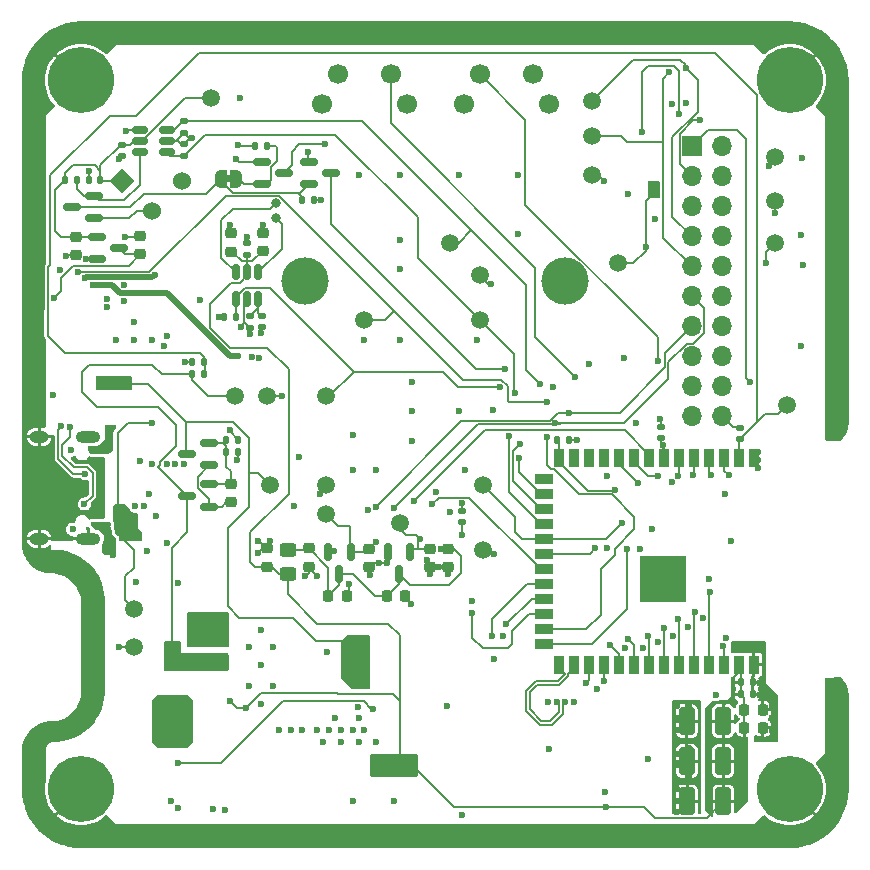
<source format=gbl>
%TF.GenerationSoftware,KiCad,Pcbnew,(7.0.0-93-gc189053ee5-dirty)*%
%TF.CreationDate,2023-02-21T15:15:16-08:00*%
%TF.ProjectId,ai-camera,61692d63-616d-4657-9261-2e6b69636164,rev1*%
%TF.SameCoordinates,PX5a995c0PY2aea540*%
%TF.FileFunction,Copper,L4,Bot*%
%TF.FilePolarity,Positive*%
%FSLAX46Y46*%
G04 Gerber Fmt 4.6, Leading zero omitted, Abs format (unit mm)*
G04 Created by KiCad (PCBNEW (7.0.0-93-gc189053ee5-dirty)) date 2023-02-21 15:15:16*
%MOMM*%
%LPD*%
G01*
G04 APERTURE LIST*
G04 Aperture macros list*
%AMRoundRect*
0 Rectangle with rounded corners*
0 $1 Rounding radius*
0 $2 $3 $4 $5 $6 $7 $8 $9 X,Y pos of 4 corners*
0 Add a 4 corners polygon primitive as box body*
4,1,4,$2,$3,$4,$5,$6,$7,$8,$9,$2,$3,0*
0 Add four circle primitives for the rounded corners*
1,1,$1+$1,$2,$3*
1,1,$1+$1,$4,$5*
1,1,$1+$1,$6,$7*
1,1,$1+$1,$8,$9*
0 Add four rect primitives between the rounded corners*
20,1,$1+$1,$2,$3,$4,$5,0*
20,1,$1+$1,$4,$5,$6,$7,0*
20,1,$1+$1,$6,$7,$8,$9,0*
20,1,$1+$1,$8,$9,$2,$3,0*%
%AMRotRect*
0 Rectangle, with rotation*
0 The origin of the aperture is its center*
0 $1 length*
0 $2 width*
0 $3 Rotation angle, in degrees counterclockwise*
0 Add horizontal line*
21,1,$1,$2,0,0,$3*%
%AMFreePoly0*
4,1,19,0.500000,-0.750000,0.000000,-0.750000,0.000000,-0.744911,-0.071157,-0.744911,-0.207708,-0.704816,-0.327430,-0.627875,-0.420627,-0.520320,-0.479746,-0.390866,-0.500000,-0.250000,-0.500000,0.250000,-0.479746,0.390866,-0.420627,0.520320,-0.327430,0.627875,-0.207708,0.704816,-0.071157,0.744911,0.000000,0.744911,0.000000,0.750000,0.500000,0.750000,0.500000,-0.750000,0.500000,-0.750000,
$1*%
%AMFreePoly1*
4,1,19,0.000000,0.744911,0.071157,0.744911,0.207708,0.704816,0.327430,0.627875,0.420627,0.520320,0.479746,0.390866,0.500000,0.250000,0.500000,-0.250000,0.479746,-0.390866,0.420627,-0.520320,0.327430,-0.627875,0.207708,-0.704816,0.071157,-0.744911,0.000000,-0.744911,0.000000,-0.750000,-0.500000,-0.750000,-0.500000,0.750000,0.000000,0.750000,0.000000,0.744911,0.000000,0.744911,
$1*%
G04 Aperture macros list end*
%TA.AperFunction,ComponentPad*%
%ADD10O,2.100000X1.000000*%
%TD*%
%TA.AperFunction,ComponentPad*%
%ADD11O,1.600000X1.000000*%
%TD*%
%TA.AperFunction,ComponentPad*%
%ADD12C,3.600000*%
%TD*%
%TA.AperFunction,ConnectorPad*%
%ADD13C,5.600000*%
%TD*%
%TA.AperFunction,WasherPad*%
%ADD14C,4.000000*%
%TD*%
%TA.AperFunction,WasherPad*%
%ADD15C,1.700000*%
%TD*%
%TA.AperFunction,ComponentPad*%
%ADD16C,1.700000*%
%TD*%
%TA.AperFunction,ComponentPad*%
%ADD17C,0.800000*%
%TD*%
%TA.AperFunction,ComponentPad*%
%ADD18RotRect,1.524000X1.524000X45.000000*%
%TD*%
%TA.AperFunction,ComponentPad*%
%ADD19C,1.524000*%
%TD*%
%TA.AperFunction,ComponentPad*%
%ADD20R,1.700000X1.700000*%
%TD*%
%TA.AperFunction,ComponentPad*%
%ADD21O,1.700000X1.700000*%
%TD*%
%TA.AperFunction,SMDPad,CuDef*%
%ADD22RoundRect,0.150000X-0.587500X-0.150000X0.587500X-0.150000X0.587500X0.150000X-0.587500X0.150000X0*%
%TD*%
%TA.AperFunction,SMDPad,CuDef*%
%ADD23RoundRect,0.250000X0.412500X0.925000X-0.412500X0.925000X-0.412500X-0.925000X0.412500X-0.925000X0*%
%TD*%
%TA.AperFunction,SMDPad,CuDef*%
%ADD24C,1.500000*%
%TD*%
%TA.AperFunction,SMDPad,CuDef*%
%ADD25RoundRect,0.135000X0.135000X0.185000X-0.135000X0.185000X-0.135000X-0.185000X0.135000X-0.185000X0*%
%TD*%
%TA.AperFunction,SMDPad,CuDef*%
%ADD26RoundRect,0.140000X0.170000X-0.140000X0.170000X0.140000X-0.170000X0.140000X-0.170000X-0.140000X0*%
%TD*%
%TA.AperFunction,SMDPad,CuDef*%
%ADD27R,0.900000X1.500000*%
%TD*%
%TA.AperFunction,SMDPad,CuDef*%
%ADD28R,1.500000X0.900000*%
%TD*%
%TA.AperFunction,ComponentPad*%
%ADD29C,0.600000*%
%TD*%
%TA.AperFunction,SMDPad,CuDef*%
%ADD30R,3.900000X3.900000*%
%TD*%
%TA.AperFunction,SMDPad,CuDef*%
%ADD31RoundRect,0.140000X-0.170000X0.140000X-0.170000X-0.140000X0.170000X-0.140000X0.170000X0.140000X0*%
%TD*%
%TA.AperFunction,SMDPad,CuDef*%
%ADD32RoundRect,0.225000X-0.250000X0.225000X-0.250000X-0.225000X0.250000X-0.225000X0.250000X0.225000X0*%
%TD*%
%TA.AperFunction,SMDPad,CuDef*%
%ADD33RoundRect,0.135000X-0.135000X-0.185000X0.135000X-0.185000X0.135000X0.185000X-0.135000X0.185000X0*%
%TD*%
%TA.AperFunction,SMDPad,CuDef*%
%ADD34RoundRect,0.140000X-0.140000X-0.170000X0.140000X-0.170000X0.140000X0.170000X-0.140000X0.170000X0*%
%TD*%
%TA.AperFunction,SMDPad,CuDef*%
%ADD35RoundRect,0.150000X0.587500X0.150000X-0.587500X0.150000X-0.587500X-0.150000X0.587500X-0.150000X0*%
%TD*%
%TA.AperFunction,SMDPad,CuDef*%
%ADD36RoundRect,0.140000X0.140000X0.170000X-0.140000X0.170000X-0.140000X-0.170000X0.140000X-0.170000X0*%
%TD*%
%TA.AperFunction,SMDPad,CuDef*%
%ADD37RoundRect,0.150000X-0.150000X0.587500X-0.150000X-0.587500X0.150000X-0.587500X0.150000X0.587500X0*%
%TD*%
%TA.AperFunction,SMDPad,CuDef*%
%ADD38RoundRect,0.225000X0.250000X-0.225000X0.250000X0.225000X-0.250000X0.225000X-0.250000X-0.225000X0*%
%TD*%
%TA.AperFunction,SMDPad,CuDef*%
%ADD39RoundRect,0.135000X0.185000X-0.135000X0.185000X0.135000X-0.185000X0.135000X-0.185000X-0.135000X0*%
%TD*%
%TA.AperFunction,SMDPad,CuDef*%
%ADD40FreePoly0,0.000000*%
%TD*%
%TA.AperFunction,SMDPad,CuDef*%
%ADD41FreePoly1,0.000000*%
%TD*%
%TA.AperFunction,SMDPad,CuDef*%
%ADD42RoundRect,0.150000X0.512500X0.150000X-0.512500X0.150000X-0.512500X-0.150000X0.512500X-0.150000X0*%
%TD*%
%TA.AperFunction,SMDPad,CuDef*%
%ADD43RoundRect,0.135000X-0.185000X0.135000X-0.185000X-0.135000X0.185000X-0.135000X0.185000X0.135000X0*%
%TD*%
%TA.AperFunction,SMDPad,CuDef*%
%ADD44RoundRect,0.225000X-0.225000X-0.250000X0.225000X-0.250000X0.225000X0.250000X-0.225000X0.250000X0*%
%TD*%
%TA.AperFunction,SMDPad,CuDef*%
%ADD45RoundRect,0.150000X0.150000X-0.512500X0.150000X0.512500X-0.150000X0.512500X-0.150000X-0.512500X0*%
%TD*%
%TA.AperFunction,SMDPad,CuDef*%
%ADD46RoundRect,0.250000X0.450000X-0.325000X0.450000X0.325000X-0.450000X0.325000X-0.450000X-0.325000X0*%
%TD*%
%TA.AperFunction,ViaPad*%
%ADD47C,0.600000*%
%TD*%
%TA.AperFunction,Conductor*%
%ADD48C,0.127000*%
%TD*%
%TA.AperFunction,Conductor*%
%ADD49C,0.203200*%
%TD*%
%TA.AperFunction,Conductor*%
%ADD50C,0.200000*%
%TD*%
%TA.AperFunction,Conductor*%
%ADD51C,0.500000*%
%TD*%
G04 APERTURE END LIST*
G36*
X17760000Y-13610000D02*
G01*
X17260000Y-13610000D01*
X17260000Y-13010000D01*
X17760000Y-13010000D01*
X17760000Y-13610000D01*
G37*
D10*
X5629999Y-35179999D03*
D11*
X1449999Y-35179999D03*
D10*
X5629999Y-43819999D03*
D11*
X1449999Y-43819999D03*
D12*
X5000000Y-65000000D03*
D13*
X5000000Y-65000000D03*
D12*
X5000000Y-5000000D03*
D13*
X5000000Y-5000000D03*
D14*
X24000000Y-22000000D03*
X46000000Y-22000000D03*
D15*
X44600000Y-7000000D03*
X37400000Y-7000000D03*
D16*
X43250000Y-4500000D03*
X38750000Y-4500000D03*
D15*
X32600000Y-7000000D03*
X25400000Y-7000000D03*
D16*
X31250000Y-4500000D03*
X26750000Y-4500000D03*
D17*
X21500000Y-16625000D03*
X21500000Y-15375000D03*
D18*
X8459999Y-13499999D03*
D19*
X11000000Y-16040000D03*
X13540000Y-13500000D03*
D12*
X65000000Y-5000000D03*
D13*
X65000000Y-5000000D03*
D20*
X56724999Y-10574999D03*
D21*
X59264999Y-10574999D03*
X56724999Y-13114999D03*
X59264999Y-13114999D03*
X56724999Y-15654999D03*
X59264999Y-15654999D03*
X56724999Y-18194999D03*
X59264999Y-18194999D03*
X56724999Y-20734999D03*
X59264999Y-20734999D03*
X56724999Y-23274999D03*
X59264999Y-23274999D03*
X56724999Y-25814999D03*
X59264999Y-25814999D03*
X56724999Y-28354999D03*
X59264999Y-28354999D03*
X56724999Y-30894999D03*
X59264999Y-30894999D03*
X56724999Y-33434999D03*
X59264999Y-33434999D03*
D12*
X65000000Y-65000000D03*
D13*
X65000000Y-65000000D03*
D22*
X20302500Y-13810000D03*
X20302500Y-11910000D03*
X22177500Y-12860000D03*
D23*
X59375000Y-62637500D03*
X56300000Y-62637500D03*
D24*
X25750000Y-31750000D03*
D25*
X15430000Y-28870000D03*
X14410000Y-28870000D03*
D24*
X9500000Y-53000000D03*
D26*
X60760000Y-35390000D03*
X60760000Y-34430000D03*
D27*
X61979999Y-54479999D03*
X60709999Y-54479999D03*
X59439999Y-54479999D03*
X58169999Y-54479999D03*
X56899999Y-54479999D03*
X55629999Y-54479999D03*
X54359999Y-54479999D03*
X53089999Y-54479999D03*
X51819999Y-54479999D03*
X50549999Y-54479999D03*
X49279999Y-54479999D03*
X48009999Y-54479999D03*
X46739999Y-54479999D03*
X45469999Y-54479999D03*
D28*
X44219999Y-52714999D03*
X44219999Y-51444999D03*
X44219999Y-50174999D03*
X44219999Y-48904999D03*
X44219999Y-47634999D03*
X44219999Y-46364999D03*
X44219999Y-45094999D03*
X44219999Y-43824999D03*
X44219999Y-42554999D03*
X44219999Y-41284999D03*
X44219999Y-40014999D03*
X44219999Y-38744999D03*
D27*
X45469999Y-36979999D03*
X46739999Y-36979999D03*
X48009999Y-36979999D03*
X49279999Y-36979999D03*
X50549999Y-36979999D03*
X51819999Y-36979999D03*
X53089999Y-36979999D03*
X54359999Y-36979999D03*
X55629999Y-36979999D03*
X56899999Y-36979999D03*
X58169999Y-36979999D03*
X59439999Y-36979999D03*
X60709999Y-36979999D03*
X61979999Y-36979999D03*
D29*
X53560000Y-48630000D03*
X54960000Y-48630000D03*
X52860000Y-47930000D03*
X54260000Y-47930000D03*
X55660000Y-47930000D03*
X53560000Y-47230000D03*
D30*
X54259999Y-47229999D03*
D29*
X54960000Y-47230000D03*
X52860000Y-46530000D03*
X54260000Y-46530000D03*
X55660000Y-46530000D03*
X53560000Y-45830000D03*
X54960000Y-45830000D03*
D24*
X25750000Y-39250000D03*
D31*
X20325000Y-24965000D03*
X20325000Y-25925000D03*
D32*
X17685000Y-17950000D03*
X17685000Y-19500000D03*
D26*
X37236400Y-42418000D03*
X37236400Y-41458000D03*
D24*
X39000000Y-39250000D03*
D33*
X17135000Y-25045000D03*
X18155000Y-25045000D03*
D24*
X50500000Y-20500000D03*
D32*
X10030000Y-18165000D03*
X10030000Y-19715000D03*
X20375000Y-17925000D03*
X20375000Y-19475000D03*
D34*
X60895000Y-56975000D03*
X61855000Y-56975000D03*
D35*
X15837500Y-39210000D03*
X15837500Y-41110000D03*
X13962500Y-40160000D03*
D36*
X6650000Y-13440000D03*
X5690000Y-13440000D03*
D32*
X29413200Y-44646900D03*
X29413200Y-46196900D03*
D31*
X8500000Y-10450000D03*
X8500000Y-11410000D03*
D23*
X59387500Y-66050000D03*
X56312500Y-66050000D03*
D24*
X16000000Y-6500000D03*
D37*
X30990200Y-44934900D03*
X32890200Y-44934900D03*
X31940200Y-46809900D03*
D24*
X48250000Y-6750000D03*
X63750000Y-11500000D03*
D36*
X46300000Y-35440000D03*
X45340000Y-35440000D03*
D38*
X20726400Y-46173800D03*
X20726400Y-44623800D03*
D39*
X13730000Y-9470000D03*
X13730000Y-8450000D03*
D33*
X19740000Y-10570000D03*
X20760000Y-10570000D03*
D31*
X19015000Y-18795000D03*
X19015000Y-19755000D03*
D22*
X6342500Y-20130000D03*
X6342500Y-18230000D03*
X8217500Y-19180000D03*
D34*
X60895000Y-55975000D03*
X61855000Y-55975000D03*
D24*
X9500000Y-49750000D03*
D40*
X16860000Y-13310000D03*
D41*
X18160000Y-13310000D03*
D35*
X6087500Y-14760000D03*
X6087500Y-16660000D03*
X4212500Y-15710000D03*
D42*
X12247500Y-9200000D03*
X12247500Y-10150000D03*
X12247500Y-11100000D03*
X9972500Y-11100000D03*
X9972500Y-10150000D03*
X9972500Y-9200000D03*
D43*
X13730000Y-10400000D03*
X13730000Y-11420000D03*
D24*
X64750000Y-32500000D03*
D32*
X24282400Y-44623800D03*
X24282400Y-46173800D03*
D24*
X36250000Y-18750000D03*
X18000000Y-31750000D03*
D33*
X17310000Y-36460000D03*
X18330000Y-36460000D03*
X3680000Y-13430000D03*
X4700000Y-13430000D03*
D25*
X18330000Y-35450000D03*
X17310000Y-35450000D03*
D44*
X61175000Y-59825000D03*
X62725000Y-59825000D03*
X30911200Y-48666400D03*
X32461200Y-48666400D03*
D24*
X63750000Y-15250000D03*
D32*
X4540000Y-18225000D03*
X4540000Y-19775000D03*
D31*
X54102000Y-34346000D03*
X54102000Y-35306000D03*
D44*
X61175000Y-58275000D03*
X62725000Y-58275000D03*
X25939200Y-48675400D03*
X27489200Y-48675400D03*
D24*
X38750000Y-21500000D03*
X29000000Y-25250000D03*
D31*
X19305000Y-24975000D03*
X19305000Y-25935000D03*
D23*
X59362500Y-59250000D03*
X56287500Y-59250000D03*
D45*
X20020000Y-23527500D03*
X19070000Y-23527500D03*
X18120000Y-23527500D03*
X18120000Y-21252500D03*
X19070000Y-21252500D03*
X20020000Y-21252500D03*
D46*
X22504400Y-46795800D03*
X22504400Y-44745800D03*
D24*
X63750000Y-18750000D03*
X25750000Y-41750000D03*
X20750000Y-31750000D03*
D32*
X34512200Y-44637900D03*
X34512200Y-46187900D03*
D24*
X48250000Y-9750000D03*
D25*
X24740000Y-15150000D03*
X23720000Y-15150000D03*
D24*
X39000000Y-44750000D03*
D32*
X17680000Y-39185000D03*
X17680000Y-40735000D03*
X36068000Y-44640200D03*
X36068000Y-46190200D03*
D37*
X25923200Y-44934900D03*
X27823200Y-44934900D03*
X26873200Y-46809900D03*
D22*
X24272500Y-13800000D03*
X24272500Y-11900000D03*
X26147500Y-12850000D03*
D24*
X48250000Y-13000000D03*
X21000000Y-39250000D03*
X38750000Y-25250000D03*
D33*
X14410000Y-29880000D03*
X15430000Y-29880000D03*
D24*
X32000000Y-42500000D03*
D35*
X15837500Y-35700000D03*
X15837500Y-37600000D03*
X13962500Y-36650000D03*
D47*
X58740000Y-57010000D03*
X28500000Y-59000000D03*
X39850000Y-32870000D03*
X28469205Y-58050000D03*
X13000000Y-37500000D03*
X22000000Y-31750000D03*
X26000000Y-60000000D03*
X11800000Y-59400000D03*
X27680000Y-47660000D03*
X20375000Y-17270000D03*
X18500000Y-6500000D03*
X62500000Y-57000000D03*
X56500000Y-64000000D03*
X10350000Y-41025000D03*
X29000000Y-60000000D03*
X37000000Y-33000000D03*
X33000000Y-30500000D03*
X51000000Y-28500000D03*
X34521504Y-46818538D03*
X4300000Y-43000000D03*
X32950000Y-49325000D03*
X14380000Y-9910000D03*
X55500000Y-66925500D03*
X59584483Y-52218483D03*
X56240000Y-6940000D03*
X4190000Y-36300000D03*
X19340000Y-26480000D03*
X10000000Y-37250000D03*
X20070000Y-28490000D03*
X28000000Y-60000000D03*
X13250000Y-47550000D03*
X48650000Y-56550000D03*
X25000000Y-47000000D03*
X60000000Y-44000000D03*
X5440000Y-20140000D03*
X7300000Y-43575000D03*
X12725000Y-60775000D03*
X10621692Y-44835022D03*
X63000000Y-56500000D03*
X20250000Y-57767600D03*
X8000000Y-27000000D03*
X16650000Y-25060000D03*
X17025000Y-51500000D03*
X57658000Y-50546000D03*
X55118000Y-52070000D03*
X20000000Y-45000000D03*
X19015000Y-18280000D03*
X25800000Y-53375000D03*
X51054000Y-53086000D03*
X19440000Y-28400000D03*
X62500000Y-56000000D03*
X56500000Y-58000000D03*
X7234026Y-24150065D03*
X53000000Y-62500000D03*
X2625000Y-31650000D03*
X29275000Y-41375000D03*
X65975000Y-18125000D03*
X12610000Y-65980000D03*
X7475000Y-35500000D03*
X55000000Y-39000000D03*
X15900000Y-50600000D03*
X62562335Y-53028074D03*
X3240938Y-21030000D03*
X27000000Y-61000000D03*
X32000000Y-18500000D03*
X52324000Y-44704000D03*
X42000000Y-18000000D03*
X8657168Y-23719501D03*
X11800000Y-60325000D03*
X32000000Y-13000000D03*
X22750000Y-60000000D03*
X55500000Y-59000000D03*
X33000000Y-35500000D03*
X55040000Y-7000000D03*
X49250000Y-13500000D03*
X63500000Y-60000000D03*
X21000000Y-44000000D03*
X10750000Y-40000000D03*
X46999146Y-35422111D03*
X53640000Y-16780000D03*
X55500000Y-58000000D03*
X52578000Y-53086000D03*
X26500000Y-59000000D03*
X11000000Y-27000000D03*
X14800000Y-50600000D03*
X40000000Y-54000000D03*
X9700000Y-47450000D03*
X11800000Y-57750000D03*
X20250000Y-54500000D03*
X35290000Y-46210000D03*
X18100000Y-11625000D03*
X16200000Y-66700000D03*
X60500000Y-53000000D03*
X9500000Y-27000000D03*
X28000000Y-66000000D03*
X7700000Y-45200000D03*
X39750000Y-22250000D03*
X28000000Y-35000000D03*
X65950000Y-27525000D03*
X45000000Y-31000000D03*
X25500000Y-61000000D03*
X46750000Y-57650000D03*
X25300000Y-15160000D03*
X29000000Y-27000000D03*
X14900000Y-52300000D03*
X49498138Y-44629123D03*
X63500000Y-59000000D03*
X63500000Y-58000000D03*
X31500000Y-66000000D03*
X21250000Y-53000000D03*
X55500000Y-65000000D03*
X55500000Y-62000000D03*
X28000000Y-38000000D03*
X8250000Y-53000000D03*
X12323500Y-26610000D03*
X20000000Y-44000000D03*
X39970000Y-45120000D03*
X36225000Y-41525000D03*
X8618870Y-22366501D03*
X38110000Y-49070000D03*
X13800000Y-28860000D03*
X55500000Y-66000000D03*
X35020000Y-39870000D03*
X17200000Y-66750000D03*
X30000000Y-38000000D03*
X29460000Y-46890000D03*
X51280000Y-14590000D03*
X33000000Y-33000000D03*
X8180000Y-11660000D03*
X30000000Y-61000000D03*
X37500000Y-38000000D03*
X12250000Y-37500000D03*
X9600000Y-41075000D03*
X7475000Y-34625000D03*
X15110000Y-23580000D03*
X3700000Y-19860000D03*
X5670000Y-12710000D03*
X17600000Y-17250000D03*
X37000000Y-13000000D03*
X23000000Y-41000000D03*
X59500000Y-40000000D03*
X12306655Y-44180096D03*
X13225000Y-66575000D03*
X19250000Y-56250000D03*
X53990000Y-33650000D03*
X26390000Y-44890000D03*
X62325000Y-36450000D03*
X23750000Y-60000000D03*
X11000000Y-37500000D03*
X66025000Y-11550000D03*
X27000000Y-60000000D03*
X20280000Y-26420000D03*
X42000000Y-13000000D03*
X58166000Y-47244000D03*
X37290000Y-67200000D03*
X55500000Y-60000000D03*
X55500000Y-63000000D03*
X49500000Y-38500000D03*
X56500000Y-61500000D03*
X44525000Y-57650000D03*
X18173800Y-37155053D03*
X63750000Y-16250000D03*
X48000000Y-29000000D03*
X25250000Y-40000000D03*
X24000000Y-47000000D03*
X21250000Y-56250000D03*
X25000000Y-60000000D03*
X20250000Y-51500000D03*
X9500000Y-25500000D03*
X11825000Y-58550000D03*
X7229838Y-23485458D03*
X30930000Y-45880000D03*
X12000000Y-27500000D03*
X30210000Y-45890000D03*
X36000000Y-58000000D03*
X18525000Y-25850000D03*
X62300000Y-37150000D03*
X40700000Y-52050000D03*
X52000000Y-34000000D03*
X36040000Y-46770000D03*
X21750000Y-60000000D03*
X37250000Y-40825000D03*
X49400000Y-65290000D03*
X24260000Y-11050000D03*
X38500000Y-27000000D03*
X13750000Y-37500000D03*
X28500000Y-13000000D03*
X34280000Y-45580000D03*
X32000000Y-27000000D03*
X56388000Y-51308000D03*
X23440000Y-36920000D03*
X61271900Y-53000069D03*
X53848000Y-52578000D03*
X8840000Y-9280000D03*
X18300000Y-10500000D03*
X32000000Y-21000000D03*
X7300000Y-44450000D03*
X53375000Y-43000000D03*
X11350000Y-41925000D03*
X28500000Y-61000000D03*
X8720000Y-18230000D03*
X66125000Y-20650000D03*
X19250000Y-53000000D03*
X44610000Y-61620000D03*
X15900000Y-52300000D03*
X62300000Y-37850000D03*
X29000000Y-54000000D03*
X8685000Y-30745000D03*
X6815000Y-30715000D03*
X28200000Y-52450000D03*
X55625000Y-7850000D03*
X29000000Y-55000000D03*
X29000000Y-56000000D03*
X7795000Y-30725000D03*
X2730000Y-23438550D03*
X29000000Y-53000000D03*
X52475000Y-9400000D03*
X13960000Y-54460000D03*
X14850000Y-54450000D03*
X12850000Y-54410000D03*
X12680000Y-53500000D03*
X33000000Y-63500000D03*
X33000000Y-62500000D03*
X30000000Y-63500000D03*
X18940206Y-58172407D03*
X32000000Y-63500000D03*
X49410000Y-66550000D03*
X53500000Y-14500000D03*
X52825000Y-19125000D03*
X32000000Y-62500000D03*
X61625000Y-30500000D03*
X31000000Y-63500000D03*
X53500000Y-13750000D03*
X17630000Y-57570000D03*
X61100000Y-61625000D03*
X50249992Y-39647776D03*
X63000000Y-20500000D03*
X59410000Y-54770000D03*
X57400000Y-8380000D03*
X59385200Y-52933600D03*
X63250000Y-12250000D03*
X54250000Y-35840000D03*
X53860000Y-28740000D03*
X30010000Y-44090000D03*
X33680000Y-43820000D03*
X51308000Y-52324000D03*
X37250001Y-43493728D03*
X11050000Y-33975000D03*
X8100000Y-41300000D03*
X8050000Y-42750000D03*
X8075000Y-42025000D03*
X45261500Y-57650000D03*
X45988500Y-57650000D03*
X56240000Y-3990000D03*
X58369200Y-38455600D03*
X54820378Y-4328100D03*
X56794400Y-38455600D03*
X52140000Y-39050000D03*
X53860000Y-38500000D03*
X58216800Y-48310800D03*
X56946800Y-49987200D03*
X55575200Y-50647600D03*
X54356000Y-51358800D03*
X53035200Y-52070000D03*
X49784000Y-52832000D03*
X49276000Y-55829200D03*
X47720000Y-56050000D03*
X34750000Y-40890000D03*
X33223200Y-40589200D03*
X38130000Y-50110000D03*
X40995600Y-51054000D03*
X39776400Y-52019200D03*
X51206400Y-44704000D03*
X45170000Y-34040000D03*
X31496000Y-41198800D03*
X29941257Y-41085334D03*
X48545083Y-44622117D03*
X46320000Y-33150000D03*
X6025971Y-22366501D03*
X18330000Y-28330000D03*
X3346394Y-34305199D03*
X5358517Y-38311483D03*
X50830000Y-42480000D03*
X5290000Y-40860000D03*
X4070000Y-34370000D03*
X43850000Y-38630000D03*
X43850000Y-30690000D03*
X41780000Y-31510000D03*
X41200000Y-35110000D03*
X55570000Y-38490000D03*
X42090000Y-37010000D03*
X40480000Y-30970000D03*
X4720000Y-21250000D03*
X44480000Y-32220000D03*
X44490000Y-35160000D03*
X59842400Y-38455600D03*
X40880000Y-29460000D03*
X42160000Y-35780000D03*
X25660000Y-10420000D03*
X46820000Y-30080000D03*
X13250000Y-62790000D03*
X29750000Y-58190000D03*
X35463517Y-44696483D03*
X5378688Y-21740000D03*
X11281483Y-21441483D03*
X17580000Y-34570000D03*
D48*
X25290000Y-15150000D02*
X25300000Y-15160000D01*
X18804500Y-25434500D02*
X18804500Y-25570500D01*
X9972500Y-9200000D02*
X8920000Y-9200000D01*
X39370000Y-45120000D02*
X39970000Y-45120000D01*
X13730000Y-9470000D02*
X14170000Y-9910000D01*
X20000000Y-44000000D02*
X20102600Y-44000000D01*
X20102600Y-44000000D02*
X20726400Y-44623800D01*
X20750000Y-31750000D02*
X22000000Y-31750000D01*
X32461200Y-48836200D02*
X32950000Y-49325000D01*
X35290000Y-46210000D02*
X35270200Y-46190200D01*
X30990200Y-45819800D02*
X30930000Y-45880000D01*
X34512200Y-46809234D02*
X34521504Y-46818538D01*
X12247500Y-10150000D02*
X13050000Y-10150000D01*
X37236400Y-40838600D02*
X37250000Y-40825000D01*
X36068000Y-46190200D02*
X35309800Y-46190200D01*
X21000000Y-44350200D02*
X21000000Y-44000000D01*
X20376200Y-44623800D02*
X20000000Y-45000000D01*
X25968100Y-44890000D02*
X26390000Y-44890000D01*
X20325000Y-26375000D02*
X20280000Y-26420000D01*
X13180000Y-10150000D02*
X13430000Y-10400000D01*
X25750000Y-39500000D02*
X25250000Y-40000000D01*
X18330000Y-36998853D02*
X18173800Y-37155053D01*
X20325000Y-25925000D02*
X20325000Y-26375000D01*
X8920000Y-9200000D02*
X8840000Y-9280000D01*
X38750000Y-21500000D02*
X39500000Y-22250000D01*
X30920000Y-45890000D02*
X30930000Y-45880000D01*
X36068000Y-46190200D02*
X36068000Y-46742000D01*
X20302500Y-11910000D02*
X18385000Y-11910000D01*
X30210000Y-45890000D02*
X29720100Y-45890000D01*
X18804500Y-25570500D02*
X18525000Y-25850000D01*
X19305000Y-25935000D02*
X19305000Y-26445000D01*
X13430000Y-10400000D02*
X13730000Y-10400000D01*
X24282400Y-46282400D02*
X25000000Y-47000000D01*
X19015000Y-18795000D02*
X19015000Y-18280000D01*
X9965000Y-18230000D02*
X8720000Y-18230000D01*
X16665000Y-25045000D02*
X16650000Y-25060000D01*
X36068000Y-46742000D02*
X36040000Y-46770000D01*
X48750000Y-13000000D02*
X49250000Y-13500000D01*
X29413200Y-46196900D02*
X29413200Y-46843200D01*
X46981257Y-35440000D02*
X46999146Y-35422111D01*
X30990200Y-44934900D02*
X30990200Y-45819800D01*
X35309800Y-46190200D02*
X35290000Y-46210000D01*
X35270200Y-46190200D02*
X34514500Y-46190200D01*
X60220000Y-34390000D02*
X60720000Y-34390000D01*
X6332500Y-20140000D02*
X5440000Y-20140000D01*
X19070000Y-23527500D02*
X18804500Y-23793000D01*
X18370000Y-10570000D02*
X18300000Y-10500000D01*
X24260000Y-11887500D02*
X24260000Y-11050000D01*
X24740000Y-15150000D02*
X25290000Y-15150000D01*
X18804500Y-23793000D02*
X18804500Y-25434500D01*
X62300000Y-37150000D02*
X62300000Y-37850000D01*
X59265000Y-33435000D02*
X60220000Y-34390000D01*
X14170000Y-9910000D02*
X14380000Y-9910000D01*
X39500000Y-22250000D02*
X39750000Y-22250000D01*
X18804500Y-25434500D02*
X19305000Y-25935000D01*
X14410000Y-28870000D02*
X13810000Y-28870000D01*
X13730000Y-10400000D02*
X14220000Y-9910000D01*
X34512200Y-46187900D02*
X34512200Y-46809234D01*
X17135000Y-25045000D02*
X16665000Y-25045000D01*
X27680000Y-48484600D02*
X27680000Y-47660000D01*
X8430000Y-11410000D02*
X8180000Y-11660000D01*
X13810000Y-28870000D02*
X13800000Y-28860000D01*
X37236400Y-41458000D02*
X37236400Y-40838600D01*
X24282400Y-46717600D02*
X24000000Y-47000000D01*
X17685000Y-17950000D02*
X17685000Y-17335000D01*
X17685000Y-17335000D02*
X17600000Y-17250000D01*
X9500000Y-53000000D02*
X8250000Y-53000000D01*
X30210000Y-45890000D02*
X30920000Y-45890000D01*
X18330000Y-36460000D02*
X18330000Y-36998853D01*
X18385000Y-11910000D02*
X18100000Y-11625000D01*
X54102000Y-34346000D02*
X54102000Y-33762000D01*
X5670000Y-13420000D02*
X5670000Y-12710000D01*
X24282400Y-46173800D02*
X24282400Y-46717600D01*
X13050000Y-10150000D02*
X13730000Y-9470000D01*
X14220000Y-9910000D02*
X14380000Y-9910000D01*
X12247500Y-10150000D02*
X13180000Y-10150000D01*
X63750000Y-15250000D02*
X63750000Y-16250000D01*
X4540000Y-19775000D02*
X3785000Y-19775000D01*
X29413200Y-46843200D02*
X29460000Y-46890000D01*
X19305000Y-26445000D02*
X19340000Y-26480000D01*
X46300000Y-35440000D02*
X46981257Y-35440000D01*
X19740000Y-10570000D02*
X18370000Y-10570000D01*
X3785000Y-19775000D02*
X3700000Y-19860000D01*
X20375000Y-17925000D02*
X20375000Y-17270000D01*
X54102000Y-33762000D02*
X53990000Y-33650000D01*
D49*
X52475000Y-4325000D02*
X52475000Y-9400000D01*
X17430000Y-49540000D02*
X18380000Y-50490000D01*
X53000000Y-3800000D02*
X52475000Y-4325000D01*
X13880000Y-33960000D02*
X17910000Y-33960000D01*
X8217500Y-19180000D02*
X8752500Y-19715000D01*
X17430000Y-42900000D02*
X17430000Y-49540000D01*
X13880000Y-33960000D02*
X13880000Y-36567500D01*
X19230000Y-38250000D02*
X20000000Y-38250000D01*
X3310000Y-22858550D02*
X2730000Y-23438550D01*
X3310000Y-21770000D02*
X3310000Y-22858550D01*
X19230000Y-41100000D02*
X17430000Y-42900000D01*
X8752500Y-19715000D02*
X10030000Y-19715000D01*
X20000000Y-38250000D02*
X21000000Y-39250000D01*
X19230000Y-35280000D02*
X19230000Y-38250000D01*
X55625000Y-4175000D02*
X55250000Y-3800000D01*
X18380000Y-50490000D02*
X22920000Y-50490000D01*
X17910000Y-33960000D02*
X19230000Y-35280000D01*
X24880000Y-52450000D02*
X28200000Y-52450000D01*
X4360000Y-20720000D02*
X3310000Y-21770000D01*
X19230000Y-38250000D02*
X19230000Y-41100000D01*
X10030000Y-19715000D02*
X9025000Y-20720000D01*
X9025000Y-20720000D02*
X4360000Y-20720000D01*
X22920000Y-50490000D02*
X24880000Y-52450000D01*
X55250000Y-3800000D02*
X53000000Y-3800000D01*
X13880000Y-33960000D02*
X10635000Y-30715000D01*
X55625000Y-7850000D02*
X55625000Y-4175000D01*
X10635000Y-30715000D02*
X6815000Y-30715000D01*
X11531250Y-37728750D02*
X11721400Y-37538600D01*
X14410000Y-30410000D02*
X15750000Y-31750000D01*
X15750000Y-31750000D02*
X18000000Y-31750000D01*
X11721400Y-37281046D02*
X13060000Y-35942446D01*
X11721400Y-37538600D02*
X11721400Y-37281046D01*
X11040000Y-29080000D02*
X11840000Y-29880000D01*
X5640000Y-29080000D02*
X11040000Y-29080000D01*
X14410000Y-29880000D02*
X14410000Y-30410000D01*
X13060000Y-34220000D02*
X11530000Y-32690000D01*
X11840000Y-29880000D02*
X14410000Y-29880000D01*
X12680000Y-44553598D02*
X12680000Y-53500000D01*
X5050000Y-31420000D02*
X5050000Y-29670000D01*
X13060000Y-35942446D02*
X13060000Y-34220000D01*
X6320000Y-32690000D02*
X5050000Y-31420000D01*
X13962500Y-40160000D02*
X11531250Y-37728750D01*
X13962500Y-40160000D02*
X13962500Y-43271098D01*
X11530000Y-32690000D02*
X6320000Y-32690000D01*
X5050000Y-29670000D02*
X5640000Y-29080000D01*
X13962500Y-43271098D02*
X12680000Y-44553598D01*
D48*
X3680000Y-13430000D02*
X2790000Y-14320000D01*
X6650000Y-13440000D02*
X6650000Y-12670000D01*
X9160000Y-10450000D02*
X8500000Y-10450000D01*
X10166540Y-10150000D02*
X11250000Y-9066540D01*
X3680000Y-12810000D02*
X3680000Y-13430000D01*
X2790000Y-14320000D02*
X2790000Y-17750000D01*
X8400000Y-10450000D02*
X6650000Y-12200000D01*
X13803460Y-6500000D02*
X16000000Y-6500000D01*
X11250000Y-9066540D02*
X11250000Y-9053460D01*
X4540000Y-18225000D02*
X6337500Y-18225000D01*
X6170000Y-12190000D02*
X4300000Y-12190000D01*
X4300000Y-12190000D02*
X3680000Y-12810000D01*
X2790000Y-17750000D02*
X3270000Y-18230000D01*
X8460000Y-13500000D02*
X6710000Y-13500000D01*
X6650000Y-12670000D02*
X6170000Y-12190000D01*
X9460000Y-10150000D02*
X9160000Y-10450000D01*
X11250000Y-9053460D02*
X13803460Y-6500000D01*
X6650000Y-12200000D02*
X6650000Y-13440000D01*
X3270000Y-18230000D02*
X6342500Y-18230000D01*
D49*
X33500000Y-63500000D02*
X33000000Y-63500000D01*
X61300000Y-30175000D02*
X61625000Y-30500000D01*
X61300000Y-9950000D02*
X61300000Y-30175000D01*
X61175000Y-58275000D02*
X61175000Y-57255000D01*
X19015000Y-19755000D02*
X19015000Y-21197500D01*
X19723800Y-46173800D02*
X20726400Y-46173800D01*
X60140000Y-57190000D02*
X59362500Y-57967500D01*
X60550000Y-9200000D02*
X61300000Y-9950000D01*
X31000000Y-51000000D02*
X32000000Y-52000000D01*
X15925000Y-25975000D02*
X17575000Y-27625000D01*
X48610000Y-66550000D02*
X52660000Y-66550000D01*
X50500000Y-20500000D02*
X51750000Y-20500000D01*
X52825000Y-15175000D02*
X53500000Y-14500000D01*
X31420000Y-56960000D02*
X32000000Y-57540000D01*
X20775000Y-27625000D02*
X22575000Y-29425000D01*
X26680000Y-56850000D02*
X26790000Y-56960000D01*
X32000000Y-57540000D02*
X32000000Y-63500000D01*
X57983900Y-67453600D02*
X53563600Y-67453600D01*
X21795800Y-46795800D02*
X22504400Y-46795800D01*
X18940206Y-58172407D02*
X20262613Y-56850000D01*
X53563600Y-67453600D02*
X52660000Y-66550000D01*
X19070000Y-21500421D02*
X18426821Y-22143600D01*
X20726400Y-46173800D02*
X21173800Y-46173800D01*
X61175000Y-57255000D02*
X60895000Y-56975000D01*
X22504400Y-48504400D02*
X25000000Y-51000000D01*
X18650000Y-20330000D02*
X19520000Y-20330000D01*
X18426821Y-22143600D02*
X17681400Y-22143600D01*
X22575000Y-40025000D02*
X19325000Y-43275000D01*
X56725000Y-10575000D02*
X58100000Y-9200000D01*
X36550000Y-66550000D02*
X33500000Y-63500000D01*
X60140000Y-55680000D02*
X60140000Y-57190000D01*
X52825000Y-19125000D02*
X52825000Y-15175000D01*
X48610000Y-66550000D02*
X36550000Y-66550000D01*
X17681400Y-22143600D02*
X15925000Y-23900000D01*
X51750000Y-20500000D02*
X52825000Y-19425000D01*
X21173800Y-46173800D02*
X21795800Y-46795800D01*
X17820000Y-19500000D02*
X18650000Y-20330000D01*
X59387500Y-66050000D02*
X57983900Y-67453600D01*
X19325000Y-45775000D02*
X19723800Y-46173800D01*
X20262613Y-56850000D02*
X26680000Y-56850000D01*
X25000000Y-51000000D02*
X31000000Y-51000000D01*
X52825000Y-19425000D02*
X52825000Y-19125000D01*
X22504400Y-46795800D02*
X22504400Y-48504400D01*
X17575000Y-27625000D02*
X20775000Y-27625000D01*
X19520000Y-20330000D02*
X20375000Y-19475000D01*
X26790000Y-56960000D02*
X31420000Y-56960000D01*
X18940206Y-58172407D02*
X18232407Y-58172407D01*
X15925000Y-23900000D02*
X15925000Y-25975000D01*
X58100000Y-9200000D02*
X60550000Y-9200000D01*
X61175000Y-58275000D02*
X61175000Y-59825000D01*
X59362500Y-57967500D02*
X59362500Y-59250000D01*
X60895000Y-55975000D02*
X60895000Y-54665000D01*
X18232407Y-58172407D02*
X17630000Y-57570000D01*
X32000000Y-52000000D02*
X32000000Y-57540000D01*
X60710000Y-55110000D02*
X60140000Y-55680000D01*
X22575000Y-29425000D02*
X22575000Y-40025000D01*
X19325000Y-43275000D02*
X19325000Y-45775000D01*
D48*
X50141269Y-39756499D02*
X50249992Y-39647776D01*
X63750000Y-18750000D02*
X63000000Y-19500000D01*
X63000000Y-19500000D02*
X63000000Y-20500000D01*
X45470000Y-37280000D02*
X47946499Y-39756499D01*
X47946499Y-39756499D02*
X50141269Y-39756499D01*
X45470000Y-35570000D02*
X45470000Y-36980000D01*
X63750000Y-11750000D02*
X63250000Y-12250000D01*
X55684500Y-9549004D02*
X56853504Y-8380000D01*
X59385200Y-52933600D02*
X59440000Y-52988400D01*
X59440000Y-52988400D02*
X59440000Y-54480000D01*
X56725000Y-13115000D02*
X55684500Y-12074500D01*
X55684500Y-12074500D02*
X55684500Y-9549004D01*
X56853504Y-8380000D02*
X57400000Y-8380000D01*
X38750000Y-4500000D02*
X42610000Y-8360000D01*
X53860000Y-26762165D02*
X53860000Y-28740000D01*
X42610000Y-8360000D02*
X42610000Y-15512165D01*
X54102000Y-35642000D02*
X54102000Y-35306000D01*
X54360000Y-36980000D02*
X54360000Y-35900000D01*
X54250000Y-35840000D02*
X54250000Y-36870000D01*
X54360000Y-35900000D02*
X54102000Y-35642000D01*
X42610000Y-15512165D02*
X53860000Y-26762165D01*
X26750000Y-42750000D02*
X27750000Y-42750000D01*
X29970100Y-44090000D02*
X29413200Y-44646900D01*
X27750000Y-42750000D02*
X27750000Y-44861700D01*
X25750000Y-41750000D02*
X26750000Y-42750000D01*
X27823200Y-44934900D02*
X29125200Y-44934900D01*
X30010000Y-44090000D02*
X29970100Y-44090000D01*
X33360000Y-43500000D02*
X32500000Y-43500000D01*
X33560000Y-44637900D02*
X33187200Y-44637900D01*
X33680000Y-43820000D02*
X33360000Y-43500000D01*
X33560000Y-43940000D02*
X33680000Y-43820000D01*
X34512200Y-44637900D02*
X33560000Y-44637900D01*
X33187200Y-44637900D02*
X32890200Y-44934900D01*
X32500000Y-43500000D02*
X32000000Y-43000000D01*
X33560000Y-44637900D02*
X33560000Y-43940000D01*
X51820000Y-52836000D02*
X51308000Y-52324000D01*
X37236400Y-43480127D02*
X37250001Y-43493728D01*
X37236400Y-42418000D02*
X37236400Y-43480127D01*
X51820000Y-54480000D02*
X51820000Y-52836000D01*
D49*
X8100000Y-34850000D02*
X8975000Y-33975000D01*
X8100000Y-41300000D02*
X8100000Y-34850000D01*
X9500000Y-44750000D02*
X9500000Y-46250000D01*
X8750000Y-47000000D02*
X8750000Y-49000000D01*
X8050000Y-42750000D02*
X8050000Y-43300000D01*
X8975000Y-33975000D02*
X11050000Y-33975000D01*
X8050000Y-43300000D02*
X9500000Y-44750000D01*
X8750000Y-49000000D02*
X9500000Y-49750000D01*
X9500000Y-46250000D02*
X8750000Y-47000000D01*
D50*
X45492724Y-56213500D02*
X43617724Y-56213500D01*
X43617724Y-56213500D02*
X43013500Y-56817724D01*
X45461500Y-57850000D02*
X45261500Y-57650000D01*
X46268500Y-55437724D02*
X45492724Y-56213500D01*
X43013500Y-56817724D02*
X43013500Y-58257276D01*
X45461500Y-58482276D02*
X45461500Y-57850000D01*
X46268500Y-55251500D02*
X46268500Y-55437724D01*
X43967724Y-59211500D02*
X44732276Y-59211500D01*
X46740000Y-54780000D02*
X46268500Y-55251500D01*
X44732276Y-59211500D02*
X45461500Y-58482276D01*
X43013500Y-58257276D02*
X43967724Y-59211500D01*
X43482276Y-55886500D02*
X42686500Y-56682276D01*
X45788500Y-57850000D02*
X45988500Y-57650000D01*
X45941500Y-55251500D02*
X45941500Y-55302276D01*
X45470000Y-54780000D02*
X45941500Y-55251500D01*
X43832276Y-59538500D02*
X44867724Y-59538500D01*
X44867724Y-59538500D02*
X45788500Y-58617724D01*
X45357276Y-55886500D02*
X43482276Y-55886500D01*
X45788500Y-58617724D02*
X45788500Y-57850000D01*
X45941500Y-55302276D02*
X45357276Y-55886500D01*
X42686500Y-56682276D02*
X42686500Y-58392724D01*
X42686500Y-58392724D02*
X43832276Y-59538500D01*
D48*
X56725000Y-18195000D02*
X55070000Y-16540000D01*
X56240000Y-3740000D02*
X55750000Y-3250000D01*
X57210000Y-4960000D02*
X56240000Y-3990000D01*
X55070000Y-16540000D02*
X55070000Y-9805000D01*
X55750000Y-3250000D02*
X51750000Y-3250000D01*
X58170000Y-38256400D02*
X58170000Y-36980000D01*
X55070000Y-9805000D02*
X57210000Y-7665000D01*
X51750000Y-3250000D02*
X48250000Y-6750000D01*
X56240000Y-3990000D02*
X56240000Y-3740000D01*
X58369200Y-38455600D02*
X58170000Y-38256400D01*
X57210000Y-7665000D02*
X57210000Y-4960000D01*
X48250000Y-9750000D02*
X50750000Y-9750000D01*
X56900000Y-38350000D02*
X56900000Y-36980000D01*
X50750000Y-9750000D02*
X51250000Y-10250000D01*
X56725000Y-20735000D02*
X54300000Y-18310000D01*
X54300000Y-18310000D02*
X54300000Y-10250000D01*
X54300000Y-10250000D02*
X54300000Y-4848478D01*
X51250000Y-10250000D02*
X54300000Y-10250000D01*
X56794400Y-38455600D02*
X56900000Y-38350000D01*
X54300000Y-4848478D02*
X54820378Y-4328100D01*
X50550000Y-37460000D02*
X52140000Y-39050000D01*
X51820000Y-37280000D02*
X53040000Y-38500000D01*
X53040000Y-38500000D02*
X53860000Y-38500000D01*
X58216800Y-48310800D02*
X58170000Y-48357600D01*
X58170000Y-48357600D02*
X58170000Y-54480000D01*
X56946800Y-49987200D02*
X56900000Y-50034000D01*
X56900000Y-50034000D02*
X56900000Y-54480000D01*
X55575200Y-50647600D02*
X55630000Y-50702400D01*
X55630000Y-50702400D02*
X55630000Y-54480000D01*
X54360000Y-51362800D02*
X54360000Y-54480000D01*
X54356000Y-51358800D02*
X54360000Y-51362800D01*
X53035200Y-52070000D02*
X53090000Y-52124800D01*
X53090000Y-52124800D02*
X53090000Y-54480000D01*
X50546000Y-54476000D02*
X50546000Y-53594000D01*
X50546000Y-53594000D02*
X49784000Y-52832000D01*
X49276000Y-55829200D02*
X49280000Y-55825200D01*
X49280000Y-55825200D02*
X49280000Y-54480000D01*
X48010000Y-54480000D02*
X48010000Y-55760000D01*
X48010000Y-55760000D02*
X47720000Y-56050000D01*
X37890000Y-40335000D02*
X35305000Y-40335000D01*
X43920000Y-46365000D02*
X37890000Y-40335000D01*
X35305000Y-40335000D02*
X34750000Y-40890000D01*
X33223200Y-40589200D02*
X39192400Y-34620000D01*
X39192400Y-34620000D02*
X51030000Y-34620000D01*
X51030000Y-34620000D02*
X53090000Y-36680000D01*
X39010000Y-53060000D02*
X38130000Y-52180000D01*
X41500000Y-51640000D02*
X42965000Y-50175000D01*
X41190000Y-53060000D02*
X39010000Y-53060000D01*
X38130000Y-52180000D02*
X38130000Y-50110000D01*
X41500000Y-52750000D02*
X41190000Y-53060000D01*
X44220000Y-50175000D02*
X42965000Y-50175000D01*
X41500000Y-51640000D02*
X41500000Y-52750000D01*
X44220000Y-48905000D02*
X43144600Y-48905000D01*
X43144600Y-48905000D02*
X40995600Y-51054000D01*
X42738200Y-47635000D02*
X39776400Y-50596800D01*
X44220000Y-47635000D02*
X42738200Y-47635000D01*
X39776400Y-50596800D02*
X39776400Y-52019200D01*
X44220000Y-52715000D02*
X48275400Y-52715000D01*
X57765500Y-26399000D02*
X56850000Y-27314500D01*
X31496000Y-41198800D02*
X38631299Y-34063501D01*
X45170000Y-34040000D02*
X45586000Y-34040000D01*
X54733501Y-28873508D02*
X54733501Y-30277969D01*
X51206400Y-49784000D02*
X51206400Y-44704000D01*
X48275400Y-52715000D02*
X51206400Y-49784000D01*
X56292509Y-27314500D02*
X54733501Y-28873508D01*
X45562499Y-34063501D02*
X45590000Y-34036000D01*
X54733501Y-30277969D02*
X50975470Y-34036000D01*
X50975470Y-34036000D02*
X45590000Y-34036000D01*
X57765500Y-24315500D02*
X57765500Y-26399000D01*
X45586000Y-34040000D02*
X45590000Y-34036000D01*
X56725000Y-23275000D02*
X57765500Y-24315500D01*
X56850000Y-27314500D02*
X56292509Y-27314500D01*
X38631299Y-34063501D02*
X45562499Y-34063501D01*
X56725000Y-25815000D02*
X54480000Y-28060000D01*
X54480000Y-29300000D02*
X50630000Y-33150000D01*
X50630000Y-33150000D02*
X46320000Y-33150000D01*
X48072200Y-45095000D02*
X48545083Y-44622117D01*
X54480000Y-28060000D02*
X54480000Y-29300000D01*
X37216591Y-33810000D02*
X29941257Y-41085334D01*
X45352965Y-33150000D02*
X44692965Y-33810000D01*
X44692965Y-33810000D02*
X37216591Y-33810000D01*
X44220000Y-45095000D02*
X48072200Y-45095000D01*
X46320000Y-33150000D02*
X45352965Y-33150000D01*
D51*
X8338654Y-23043001D02*
X7662154Y-22366501D01*
X7662154Y-22366501D02*
X6025971Y-22366501D01*
X12316864Y-23043001D02*
X8338654Y-23043001D01*
X17603863Y-28330000D02*
X12316864Y-23043001D01*
X18330000Y-28330000D02*
X17603863Y-28330000D01*
D48*
X4352978Y-38311483D02*
X5358517Y-38311483D01*
X3346394Y-34305199D02*
X3076499Y-34575094D01*
X3076499Y-34575094D02*
X3076499Y-37035004D01*
X3076499Y-37035004D02*
X4352978Y-38311483D01*
X39000000Y-39250000D02*
X41750000Y-42000000D01*
X49485000Y-43825000D02*
X50830000Y-42480000D01*
X44220000Y-43825000D02*
X49485000Y-43825000D01*
X42325000Y-43825000D02*
X44220000Y-43825000D01*
X41750000Y-42000000D02*
X41750000Y-43250000D01*
X41750000Y-43250000D02*
X42325000Y-43825000D01*
X5980000Y-40170000D02*
X5290000Y-40860000D01*
X3400000Y-35870000D02*
X3400000Y-36770000D01*
X5510000Y-37770000D02*
X5980000Y-38240000D01*
X4070000Y-34370000D02*
X4070000Y-35200000D01*
X3400000Y-36770000D02*
X4400000Y-37770000D01*
X4400000Y-37770000D02*
X5510000Y-37770000D01*
X5980000Y-38240000D02*
X5980000Y-40170000D01*
X4070000Y-35200000D02*
X3400000Y-35870000D01*
X15110000Y-28090000D02*
X3660000Y-28090000D01*
X15020000Y-2650000D02*
X9679500Y-7990500D01*
X64000000Y-33250000D02*
X64750000Y-32500000D01*
X62200000Y-33950000D02*
X62900000Y-33250000D01*
X62900000Y-33250000D02*
X64000000Y-33250000D01*
X2240000Y-20830000D02*
X2240000Y-24480000D01*
X2220000Y-26650000D02*
X3660000Y-28090000D01*
X60710000Y-35440000D02*
X60710000Y-36980000D01*
X7449500Y-7990500D02*
X2410000Y-13030000D01*
X58650000Y-2650000D02*
X15020000Y-2650000D01*
X2240000Y-24480000D02*
X2220000Y-24500000D01*
X2220000Y-24500000D02*
X2220000Y-26650000D01*
X2410000Y-13030000D02*
X2410000Y-20660000D01*
X62240000Y-33910000D02*
X62240000Y-6240000D01*
X15460000Y-29850000D02*
X15460000Y-28900000D01*
X15430000Y-28410000D02*
X15110000Y-28090000D01*
X2410000Y-20660000D02*
X2240000Y-20830000D01*
X15430000Y-28870000D02*
X15430000Y-28410000D01*
X9679500Y-7990500D02*
X7449500Y-7990500D01*
X62240000Y-6240000D02*
X58650000Y-2650000D01*
X60760000Y-35390000D02*
X62200000Y-33950000D01*
X62200000Y-33950000D02*
X62240000Y-33910000D01*
X12247500Y-9200000D02*
X12850000Y-9200000D01*
X28801496Y-8450000D02*
X38050748Y-17699252D01*
X37000000Y-18750000D02*
X38050748Y-17699252D01*
X36250000Y-18750000D02*
X37000000Y-18750000D01*
X13730000Y-8450000D02*
X28801496Y-8450000D01*
X42680000Y-22328504D02*
X42680000Y-29520000D01*
X42680000Y-29520000D02*
X43850000Y-30690000D01*
X12850000Y-9200000D02*
X13600000Y-8450000D01*
X38050748Y-17699252D02*
X42680000Y-22328504D01*
X13730000Y-11420000D02*
X15540000Y-9610000D01*
X38750000Y-25250000D02*
X41640000Y-28140000D01*
X26540000Y-9610000D02*
X33500000Y-16570000D01*
X33500000Y-20000000D02*
X38750000Y-25250000D01*
X41640000Y-28140000D02*
X41640000Y-31370000D01*
X33500000Y-16570000D02*
X33500000Y-20000000D01*
X13730000Y-11420000D02*
X12567500Y-11420000D01*
X41640000Y-31370000D02*
X41780000Y-31510000D01*
X12567500Y-11420000D02*
X12247500Y-11100000D01*
X15540000Y-9610000D02*
X26540000Y-9610000D01*
X41200000Y-39835000D02*
X41200000Y-35110000D01*
X43920000Y-42555000D02*
X41200000Y-39835000D01*
X55630000Y-38430000D02*
X55570000Y-38490000D01*
X55630000Y-36980000D02*
X55630000Y-38430000D01*
X18120000Y-23333460D02*
X18873460Y-22580000D01*
X35644997Y-29713501D02*
X36901496Y-30970000D01*
X28095000Y-29655000D02*
X26000000Y-31750000D01*
X21020000Y-22580000D02*
X28095000Y-29655000D01*
X43909000Y-40015000D02*
X42090000Y-38196000D01*
X28095000Y-29655000D02*
X28153501Y-29713501D01*
X28153501Y-29713501D02*
X35644997Y-29713501D01*
X18873460Y-22580000D02*
X21020000Y-22580000D01*
X36901496Y-30970000D02*
X40480000Y-30970000D01*
X42090000Y-38196000D02*
X42090000Y-37010000D01*
X18120000Y-23527500D02*
X18120000Y-25010000D01*
X41170000Y-32120000D02*
X41270000Y-32220000D01*
X44829500Y-37920500D02*
X44490000Y-37581000D01*
X40600000Y-30330000D02*
X41170000Y-30900000D01*
X10780000Y-21250000D02*
X17245500Y-14784500D01*
X50200000Y-44650000D02*
X51860000Y-42990000D01*
X45060500Y-37920500D02*
X44829500Y-37920500D01*
X47150000Y-40010000D02*
X45060500Y-37920500D01*
X44490000Y-37581000D02*
X44490000Y-35160000D01*
X29000000Y-25250000D02*
X30750000Y-25250000D01*
X21764500Y-14784500D02*
X37310000Y-30330000D01*
X4720000Y-21250000D02*
X10780000Y-21250000D01*
X37310000Y-30330000D02*
X40600000Y-30330000D01*
X48990000Y-50240000D02*
X48990000Y-46360000D01*
X41170000Y-30900000D02*
X41170000Y-32120000D01*
X17245500Y-14784500D02*
X21764500Y-14784500D01*
X51860000Y-42990000D02*
X51860000Y-41950000D01*
X50200000Y-45150000D02*
X50200000Y-44650000D01*
X47785000Y-51445000D02*
X48990000Y-50240000D01*
X44220000Y-51445000D02*
X47785000Y-51445000D01*
X30750000Y-25250000D02*
X31500000Y-24500000D01*
X51860000Y-41950000D02*
X49920000Y-40010000D01*
X41270000Y-32220000D02*
X44480000Y-32220000D01*
X49920000Y-40010000D02*
X47150000Y-40010000D01*
X48990000Y-46360000D02*
X50200000Y-45150000D01*
X17872035Y-15875000D02*
X21000000Y-15875000D01*
X21000000Y-15875000D02*
X21500000Y-15375000D01*
X16890000Y-16857035D02*
X16890000Y-20022500D01*
X16890000Y-20022500D02*
X18120000Y-21252500D01*
X17872035Y-15875000D02*
X16890000Y-16857035D01*
X59440000Y-36980000D02*
X59440000Y-38053200D01*
X59440000Y-38053200D02*
X59842400Y-38455600D01*
X22000000Y-19272500D02*
X22000000Y-17125000D01*
X22000000Y-17125000D02*
X21500000Y-16625000D01*
X20020000Y-21252500D02*
X22000000Y-19272500D01*
X26147500Y-12850000D02*
X26147500Y-17157500D01*
X38450000Y-29460000D02*
X40880000Y-29460000D01*
X41580000Y-38945000D02*
X41580000Y-36360000D01*
X26147500Y-17157500D02*
X38450000Y-29460000D01*
X43920000Y-41285000D02*
X41580000Y-38945000D01*
X41580000Y-36360000D02*
X42160000Y-35780000D01*
X21620000Y-10690000D02*
X21620000Y-11830000D01*
X21110000Y-12340000D02*
X21110000Y-13460000D01*
X21500000Y-10570000D02*
X21620000Y-10690000D01*
X20760000Y-10570000D02*
X21500000Y-10570000D01*
X18800000Y-13810000D02*
X20302500Y-13810000D01*
X21110000Y-13460000D02*
X20760000Y-13810000D01*
X18300000Y-13310000D02*
X18800000Y-13810000D01*
X21620000Y-11830000D02*
X21110000Y-12340000D01*
X23720000Y-14847500D02*
X23472500Y-14600000D01*
X24272500Y-13800000D02*
X23472500Y-14600000D01*
X4212500Y-15710000D02*
X9170000Y-15710000D01*
X23403499Y-14530999D02*
X23472500Y-14600000D01*
X15590000Y-14580000D02*
X16860000Y-13310000D01*
X9170000Y-15710000D02*
X10300000Y-14580000D01*
X16860000Y-13529408D02*
X17861591Y-14530999D01*
X23720000Y-15150000D02*
X23720000Y-14847500D01*
X17861591Y-14530999D02*
X23403499Y-14530999D01*
X10300000Y-14580000D02*
X15590000Y-14580000D01*
X16840000Y-62790000D02*
X13250000Y-62790000D01*
X31250000Y-8650000D02*
X43480000Y-20880000D01*
X22070000Y-57560000D02*
X28930000Y-57560000D01*
X28930000Y-57560000D02*
X29560000Y-58190000D01*
X43480000Y-20880000D02*
X43480000Y-26740000D01*
X22177500Y-12860000D02*
X22840000Y-12197500D01*
X22840000Y-11080000D02*
X23500000Y-10420000D01*
X43480000Y-26740000D02*
X46820000Y-30080000D01*
X22840000Y-12197500D02*
X22840000Y-11080000D01*
X16840000Y-62790000D02*
X22070000Y-57560000D01*
X31250000Y-4500000D02*
X31250000Y-8650000D01*
X29750000Y-58190000D02*
X29560000Y-58190000D01*
X23500000Y-10420000D02*
X25660000Y-10420000D01*
X8640000Y-15170000D02*
X9972500Y-13837500D01*
X5290000Y-14760000D02*
X6087500Y-14760000D01*
X6087500Y-14760000D02*
X6497500Y-15170000D01*
X6497500Y-15170000D02*
X8640000Y-15170000D01*
X4700000Y-13430000D02*
X4700000Y-14170000D01*
X4700000Y-14170000D02*
X5290000Y-14760000D01*
X9972500Y-13837500D02*
X9972500Y-11100000D01*
X9710000Y-16040000D02*
X11000000Y-16040000D01*
X6087500Y-16660000D02*
X9090000Y-16660000D01*
X9090000Y-16660000D02*
X9710000Y-16040000D01*
D49*
X36180000Y-47750000D02*
X37200000Y-46730000D01*
X26873200Y-46809900D02*
X26873200Y-47741400D01*
X37200000Y-45300000D02*
X36540200Y-44640200D01*
X26873200Y-46809900D02*
X28029900Y-46809900D01*
X32880300Y-47750000D02*
X36180000Y-47750000D01*
X35519800Y-44640200D02*
X35463517Y-44696483D01*
X24282400Y-44623800D02*
X25939200Y-46280600D01*
X36540200Y-44640200D02*
X36068000Y-44640200D01*
X31940200Y-46809900D02*
X31940200Y-47637400D01*
X26873200Y-47741400D02*
X25939200Y-48675400D01*
X29886400Y-48666400D02*
X30911200Y-48666400D01*
X22504400Y-44745800D02*
X24160400Y-44745800D01*
X31940200Y-47637400D02*
X30911200Y-48666400D01*
X36068000Y-44640200D02*
X35519800Y-44640200D01*
X25939200Y-46280600D02*
X25939200Y-48675400D01*
X31940200Y-46809900D02*
X32880300Y-47750000D01*
X28029900Y-46809900D02*
X29886400Y-48666400D01*
X37200000Y-46730000D02*
X37200000Y-45300000D01*
D48*
X20020000Y-23527500D02*
X20020000Y-24260000D01*
X20020000Y-24260000D02*
X19305000Y-24975000D01*
X20020000Y-24660000D02*
X20325000Y-24965000D01*
X20020000Y-23527500D02*
X20020000Y-24660000D01*
D51*
X5428687Y-21690001D02*
X11032965Y-21690001D01*
X5378688Y-21740000D02*
X5428687Y-21690001D01*
X11032965Y-21690001D02*
X11281483Y-21441483D01*
D49*
X17580000Y-34570000D02*
X17580000Y-34700000D01*
X17580000Y-34700000D02*
X18330000Y-35450000D01*
D48*
X17310000Y-35950000D02*
X17060000Y-35700000D01*
X17680000Y-38107500D02*
X17680000Y-39185000D01*
X17310000Y-36460000D02*
X17310000Y-37737500D01*
X15837500Y-35700000D02*
X17060000Y-35700000D01*
X17310000Y-36460000D02*
X17310000Y-35950000D01*
X17310000Y-37737500D02*
X17680000Y-38107500D01*
X15862500Y-39185000D02*
X17680000Y-39185000D01*
X17060000Y-35700000D02*
X17310000Y-35450000D01*
D49*
X16920000Y-41110000D02*
X15837500Y-41110000D01*
X14871400Y-38566100D02*
X14871400Y-39516821D01*
X15837500Y-40482921D02*
X15837500Y-41110000D01*
X14871400Y-39516821D02*
X15837500Y-40482921D01*
X15837500Y-37600000D02*
X14871400Y-38566100D01*
X17295000Y-40735000D02*
X16920000Y-41110000D01*
X17680000Y-40735000D02*
X17295000Y-40735000D01*
%TA.AperFunction,Conductor*%
G36*
X65002610Y-608D02*
G01*
X65008781Y-863D01*
X65217403Y-9491D01*
X65413375Y-18048D01*
X65423423Y-18893D01*
X65636807Y-45491D01*
X65834874Y-71568D01*
X65844273Y-73170D01*
X66053521Y-117044D01*
X66054833Y-117327D01*
X66250312Y-160664D01*
X66258953Y-162905D01*
X66463679Y-223855D01*
X66465355Y-224369D01*
X66656618Y-284674D01*
X66664509Y-287453D01*
X66863268Y-365008D01*
X66865621Y-365955D01*
X67050950Y-442721D01*
X67058044Y-445921D01*
X67249605Y-539569D01*
X67252354Y-540957D01*
X67430373Y-633627D01*
X67436681Y-637145D01*
X67619781Y-746248D01*
X67622957Y-748205D01*
X67792228Y-856043D01*
X67797745Y-859765D01*
X67971164Y-983585D01*
X67974619Y-986142D01*
X68133880Y-1108347D01*
X68138610Y-1112162D01*
X68301195Y-1249865D01*
X68304885Y-1253116D01*
X68452875Y-1388723D01*
X68456846Y-1392525D01*
X68607473Y-1543152D01*
X68611275Y-1547123D01*
X68746882Y-1695113D01*
X68750133Y-1698803D01*
X68887836Y-1861388D01*
X68891651Y-1866118D01*
X69013844Y-2025363D01*
X69016426Y-2028851D01*
X69140233Y-2202254D01*
X69143955Y-2207770D01*
X69251776Y-2377014D01*
X69253750Y-2380217D01*
X69362853Y-2563317D01*
X69366375Y-2569633D01*
X69459010Y-2747582D01*
X69460444Y-2750424D01*
X69554071Y-2941941D01*
X69557283Y-2949062D01*
X69634030Y-3134346D01*
X69635002Y-3136762D01*
X69712541Y-3335478D01*
X69715328Y-3343391D01*
X69775583Y-3534493D01*
X69776177Y-3536430D01*
X69837089Y-3741030D01*
X69839340Y-3749711D01*
X69882660Y-3945117D01*
X69882965Y-3946531D01*
X69926827Y-4155721D01*
X69928431Y-4165131D01*
X69954476Y-4362954D01*
X69954586Y-4363816D01*
X69981103Y-4576555D01*
X69981951Y-4586643D01*
X69990513Y-4782727D01*
X69990525Y-4783017D01*
X69999392Y-4997389D01*
X69999500Y-5002596D01*
X69999500Y-33995862D01*
X69999230Y-34004104D01*
X69994043Y-34083229D01*
X69993992Y-34083976D01*
X69981299Y-34261446D01*
X69979199Y-34277038D01*
X69957070Y-34388289D01*
X69956612Y-34390491D01*
X69926239Y-34530116D01*
X69922431Y-34543835D01*
X69883805Y-34657623D01*
X69882548Y-34661154D01*
X69834974Y-34788704D01*
X69829924Y-34800400D01*
X69775579Y-34910599D01*
X69773161Y-34915255D01*
X69709191Y-35032408D01*
X69703368Y-35042025D01*
X69634422Y-35145210D01*
X69630526Y-35150716D01*
X69551229Y-35256646D01*
X69545091Y-35264216D01*
X69462896Y-35357940D01*
X69457260Y-35363957D01*
X69363957Y-35457260D01*
X69357950Y-35462887D01*
X69351298Y-35468722D01*
X69312600Y-35491922D01*
X69268210Y-35500000D01*
X68126000Y-35500000D01*
X68063000Y-35483119D01*
X68016881Y-35437000D01*
X68000000Y-35374000D01*
X68000000Y-8012410D01*
X68000000Y-8000000D01*
X67991225Y-7991225D01*
X67247139Y-7247138D01*
X67215159Y-7192924D01*
X67213394Y-7130005D01*
X67242284Y-7074083D01*
X67389121Y-6909772D01*
X67393522Y-6904253D01*
X67587921Y-6630273D01*
X67591682Y-6624288D01*
X67754182Y-6330265D01*
X67757247Y-6323900D01*
X67885808Y-6013530D01*
X67888140Y-6006863D01*
X67981144Y-5684040D01*
X67982712Y-5677171D01*
X68038987Y-5345962D01*
X68039777Y-5338949D01*
X68058614Y-5003526D01*
X68058614Y-4996474D01*
X68039777Y-4661050D01*
X68038987Y-4654037D01*
X67982712Y-4322828D01*
X67981144Y-4315959D01*
X67888140Y-3993136D01*
X67885808Y-3986469D01*
X67757247Y-3676099D01*
X67754182Y-3669734D01*
X67591682Y-3375711D01*
X67587921Y-3369726D01*
X67393522Y-3095746D01*
X67389121Y-3090227D01*
X67259118Y-2944752D01*
X67247515Y-2937310D01*
X67235510Y-2944093D01*
X65089801Y-5089801D01*
X64910196Y-4910196D01*
X67055905Y-2764488D01*
X67062687Y-2752484D01*
X67055242Y-2740878D01*
X66909770Y-2610876D01*
X66904260Y-2606482D01*
X66630273Y-2412078D01*
X66624288Y-2408317D01*
X66330265Y-2245817D01*
X66323900Y-2242752D01*
X66013530Y-2114191D01*
X66006863Y-2111859D01*
X65684040Y-2018855D01*
X65677171Y-2017287D01*
X65345962Y-1961012D01*
X65338949Y-1960222D01*
X65003526Y-1941386D01*
X64996474Y-1941386D01*
X64661050Y-1960222D01*
X64654037Y-1961012D01*
X64322828Y-2017287D01*
X64315959Y-2018855D01*
X63993136Y-2111859D01*
X63986469Y-2114191D01*
X63676099Y-2242752D01*
X63669734Y-2245817D01*
X63375711Y-2408317D01*
X63369726Y-2412078D01*
X63095746Y-2606477D01*
X63090218Y-2610885D01*
X62925914Y-2757716D01*
X62869992Y-2786606D01*
X62807074Y-2784841D01*
X62752860Y-2752860D01*
X62008775Y-2008775D01*
X62008775Y-2008774D01*
X62000000Y-2000000D01*
X61987590Y-2000000D01*
X8012410Y-2000000D01*
X8000000Y-2000000D01*
X7991226Y-2008773D01*
X7991227Y-2008773D01*
X7247139Y-2752861D01*
X7192925Y-2784841D01*
X7130006Y-2786606D01*
X7074084Y-2757716D01*
X6909772Y-2610878D01*
X6904253Y-2606477D01*
X6630273Y-2412078D01*
X6624288Y-2408317D01*
X6330265Y-2245817D01*
X6323900Y-2242752D01*
X6013530Y-2114191D01*
X6006863Y-2111859D01*
X5684040Y-2018855D01*
X5677171Y-2017287D01*
X5345962Y-1961012D01*
X5338949Y-1960222D01*
X5003526Y-1941386D01*
X4996474Y-1941386D01*
X4661050Y-1960222D01*
X4654037Y-1961012D01*
X4322828Y-2017287D01*
X4315959Y-2018855D01*
X3993136Y-2111859D01*
X3986469Y-2114191D01*
X3676099Y-2242752D01*
X3669734Y-2245817D01*
X3375711Y-2408317D01*
X3369726Y-2412078D01*
X3095739Y-2606482D01*
X3090229Y-2610876D01*
X2944754Y-2740879D01*
X2937310Y-2752483D01*
X2944093Y-2764488D01*
X5089802Y-4910197D01*
X4910197Y-5089802D01*
X2764488Y-2944093D01*
X2752483Y-2937310D01*
X2740879Y-2944754D01*
X2610876Y-3090229D01*
X2606482Y-3095739D01*
X2412078Y-3369726D01*
X2408317Y-3375711D01*
X2245817Y-3669734D01*
X2242752Y-3676099D01*
X2114191Y-3986469D01*
X2111859Y-3993136D01*
X2018855Y-4315959D01*
X2017287Y-4322828D01*
X1961012Y-4654037D01*
X1960222Y-4661050D01*
X1941386Y-4996474D01*
X1941386Y-5003526D01*
X1960222Y-5338949D01*
X1961012Y-5345962D01*
X2017287Y-5677171D01*
X2018855Y-5684040D01*
X2111859Y-6006863D01*
X2114191Y-6013530D01*
X2242752Y-6323900D01*
X2245817Y-6330265D01*
X2408317Y-6624288D01*
X2412078Y-6630273D01*
X2606477Y-6904253D01*
X2610878Y-6909772D01*
X2757716Y-7074084D01*
X2786606Y-7130006D01*
X2784841Y-7192925D01*
X2752862Y-7247138D01*
X2000000Y-8000000D01*
X2000000Y-8012410D01*
X2000000Y-20575929D01*
X1983116Y-20638934D01*
X1974288Y-20654223D01*
X1968396Y-20663471D01*
X1947348Y-20693534D01*
X1944497Y-20704170D01*
X1943159Y-20707040D01*
X1942073Y-20710022D01*
X1936568Y-20719560D01*
X1934655Y-20730404D01*
X1934652Y-20730415D01*
X1930195Y-20755693D01*
X1927818Y-20766418D01*
X1921176Y-20791207D01*
X1921175Y-20791210D01*
X1918323Y-20801857D01*
X1919283Y-20812834D01*
X1919283Y-20812839D01*
X1921521Y-20838410D01*
X1922000Y-20849392D01*
X1922000Y-24358013D01*
X1916441Y-24389539D01*
X1916567Y-24389562D01*
X1910195Y-24425693D01*
X1907818Y-24436418D01*
X1901176Y-24461207D01*
X1901175Y-24461210D01*
X1898323Y-24471857D01*
X1899283Y-24482834D01*
X1899283Y-24482839D01*
X1901521Y-24508410D01*
X1902000Y-24519392D01*
X1902000Y-26630608D01*
X1901521Y-26641590D01*
X1899283Y-26667160D01*
X1899283Y-26667165D01*
X1898323Y-26678143D01*
X1901175Y-26688790D01*
X1901176Y-26688791D01*
X1907818Y-26713579D01*
X1910197Y-26724309D01*
X1916568Y-26760440D01*
X1922076Y-26769982D01*
X1923163Y-26772967D01*
X1924496Y-26775826D01*
X1927348Y-26786466D01*
X1948404Y-26816538D01*
X1954293Y-26825784D01*
X1972640Y-26857560D01*
X1974693Y-26859283D01*
X1992401Y-26889953D01*
X2000000Y-26933048D01*
X2000000Y-34305010D01*
X1987409Y-34359913D01*
X1952153Y-34403844D01*
X1901277Y-34428022D01*
X1852663Y-34427671D01*
X1852562Y-34428544D01*
X1830794Y-34426000D01*
X1593590Y-34426000D01*
X1580506Y-34429506D01*
X1577000Y-34442590D01*
X1577000Y-35036410D01*
X1580506Y-35049493D01*
X1593590Y-35053000D01*
X2479441Y-35053000D01*
X2491943Y-35050228D01*
X2513055Y-35034029D01*
X2513392Y-35034469D01*
X2528558Y-35018279D01*
X2593920Y-35000000D01*
X2632499Y-35000000D01*
X2695499Y-35016881D01*
X2741618Y-35063000D01*
X2758499Y-35126000D01*
X2758499Y-37015612D01*
X2758020Y-37026594D01*
X2755782Y-37052164D01*
X2755782Y-37052169D01*
X2754822Y-37063147D01*
X2757674Y-37073794D01*
X2757675Y-37073795D01*
X2764317Y-37098583D01*
X2766696Y-37109313D01*
X2770577Y-37131326D01*
X2773067Y-37145444D01*
X2778575Y-37154986D01*
X2779662Y-37157971D01*
X2780995Y-37160830D01*
X2783847Y-37171470D01*
X2804903Y-37201542D01*
X2810792Y-37210788D01*
X2829139Y-37242564D01*
X2837585Y-37249651D01*
X2857244Y-37266147D01*
X2865348Y-37273573D01*
X4114402Y-38522627D01*
X4121828Y-38530730D01*
X4138332Y-38550399D01*
X4138333Y-38550400D01*
X4145418Y-38558843D01*
X4175674Y-38576311D01*
X4177192Y-38577188D01*
X4186460Y-38583093D01*
X4216512Y-38604135D01*
X4227157Y-38606987D01*
X4230013Y-38608319D01*
X4232989Y-38609402D01*
X4242538Y-38614915D01*
X4278667Y-38621285D01*
X4289379Y-38623658D01*
X4324835Y-38633160D01*
X4361388Y-38629961D01*
X4372370Y-38629483D01*
X4841459Y-38629483D01*
X4897187Y-38642477D01*
X4941419Y-38678776D01*
X4963043Y-38706957D01*
X5078874Y-38795838D01*
X5213763Y-38851711D01*
X5221950Y-38852788D01*
X5221951Y-38852789D01*
X5286140Y-38861239D01*
X5358517Y-38870768D01*
X5503271Y-38851711D01*
X5506270Y-38850468D01*
X5560581Y-38848691D01*
X5612704Y-38872308D01*
X5649006Y-38916542D01*
X5662000Y-38972270D01*
X5662000Y-39986089D01*
X5652409Y-40034307D01*
X5625095Y-40075185D01*
X5430754Y-40269524D01*
X5382162Y-40299741D01*
X5325216Y-40305350D01*
X5298193Y-40301793D01*
X5298188Y-40301793D01*
X5290000Y-40300715D01*
X5281812Y-40301793D01*
X5153431Y-40318694D01*
X5153427Y-40318694D01*
X5145246Y-40319772D01*
X5137627Y-40322927D01*
X5137619Y-40322930D01*
X5017986Y-40372485D01*
X5017983Y-40372486D01*
X5010358Y-40375645D01*
X5003810Y-40380668D01*
X5003807Y-40380671D01*
X4901071Y-40459503D01*
X4901067Y-40459506D01*
X4894526Y-40464526D01*
X4889506Y-40471067D01*
X4889503Y-40471071D01*
X4810671Y-40573807D01*
X4810668Y-40573810D01*
X4805645Y-40580358D01*
X4802486Y-40587983D01*
X4802485Y-40587986D01*
X4752930Y-40707619D01*
X4752927Y-40707627D01*
X4749772Y-40715246D01*
X4748694Y-40723427D01*
X4748694Y-40723431D01*
X4744811Y-40752927D01*
X4730715Y-40860000D01*
X4731793Y-40868188D01*
X4748693Y-40996565D01*
X4748694Y-40996571D01*
X4749772Y-41004754D01*
X4752931Y-41012382D01*
X4752932Y-41012383D01*
X4802484Y-41132013D01*
X4802485Y-41132016D01*
X4805645Y-41139643D01*
X4810671Y-41146194D01*
X4810673Y-41146196D01*
X4889499Y-41248923D01*
X4894526Y-41255474D01*
X5010357Y-41344355D01*
X5145246Y-41400228D01*
X5153433Y-41401305D01*
X5153434Y-41401306D01*
X5217622Y-41409756D01*
X5290000Y-41419285D01*
X5434754Y-41400228D01*
X5569643Y-41344355D01*
X5685474Y-41255474D01*
X5774355Y-41139643D01*
X5830228Y-41004754D01*
X5849285Y-40860000D01*
X5844648Y-40824782D01*
X5850256Y-40767838D01*
X5880473Y-40719245D01*
X6191153Y-40408565D01*
X6199249Y-40401147D01*
X6218914Y-40384647D01*
X6218914Y-40384646D01*
X6227360Y-40377560D01*
X6245711Y-40345774D01*
X6251603Y-40336524D01*
X6272651Y-40306466D01*
X6275505Y-40295809D01*
X6276837Y-40292955D01*
X6277913Y-40289997D01*
X6283432Y-40280440D01*
X6289802Y-40244310D01*
X6292182Y-40233575D01*
X6298824Y-40208788D01*
X6301677Y-40198143D01*
X6298478Y-40161589D01*
X6298000Y-40150608D01*
X6298000Y-38259392D01*
X6298479Y-38248410D01*
X6299283Y-38239220D01*
X6301677Y-38211857D01*
X6292178Y-38176409D01*
X6289802Y-38165689D01*
X6285346Y-38140415D01*
X6285345Y-38140414D01*
X6283432Y-38129560D01*
X6277919Y-38120013D01*
X6276844Y-38117057D01*
X6275504Y-38114184D01*
X6272651Y-38103534D01*
X6251608Y-38073481D01*
X6245704Y-38064213D01*
X6242859Y-38059285D01*
X6227360Y-38032440D01*
X6199247Y-38008850D01*
X6191144Y-38001424D01*
X5748569Y-37558849D01*
X5741143Y-37550745D01*
X5724647Y-37531086D01*
X5717560Y-37522640D01*
X5685784Y-37504293D01*
X5676538Y-37498404D01*
X5646466Y-37477348D01*
X5635826Y-37474496D01*
X5632967Y-37473163D01*
X5629982Y-37472076D01*
X5620440Y-37466568D01*
X5609586Y-37464654D01*
X5584309Y-37460197D01*
X5573579Y-37457818D01*
X5548791Y-37451176D01*
X5548790Y-37451175D01*
X5538143Y-37448323D01*
X5527165Y-37449283D01*
X5527160Y-37449283D01*
X5501590Y-37451521D01*
X5490608Y-37452000D01*
X4583910Y-37452000D01*
X4535692Y-37442409D01*
X4494815Y-37415095D01*
X4148872Y-37069152D01*
X4115258Y-37008669D01*
X4118654Y-36939555D01*
X4158034Y-36882657D01*
X4221520Y-36855135D01*
X4334754Y-36840228D01*
X4421229Y-36804408D01*
X4485890Y-36795895D01*
X4546148Y-36820853D01*
X4585854Y-36872597D01*
X4594140Y-36892601D01*
X4594142Y-36892605D01*
X4597302Y-36900233D01*
X4602329Y-36906784D01*
X4602330Y-36906786D01*
X4681759Y-37010299D01*
X4689549Y-37020451D01*
X4809767Y-37112698D01*
X4949764Y-37170687D01*
X5062280Y-37185500D01*
X5133598Y-37185500D01*
X5137720Y-37185500D01*
X5250236Y-37170687D01*
X5390233Y-37112698D01*
X5510451Y-37020451D01*
X5602698Y-36900233D01*
X5603612Y-36898025D01*
X5639241Y-36859565D01*
X5691216Y-36839025D01*
X5746961Y-36842985D01*
X5753347Y-36844923D01*
X5801565Y-36854514D01*
X5852190Y-36859500D01*
X5855282Y-36859500D01*
X6874000Y-36859500D01*
X6937000Y-36876381D01*
X6983119Y-36922500D01*
X7000000Y-36985500D01*
X7000000Y-42014500D01*
X6983119Y-42077500D01*
X6937000Y-42123619D01*
X6874000Y-42140500D01*
X5926000Y-42140500D01*
X5921914Y-42141037D01*
X5921912Y-42141038D01*
X5862927Y-42148803D01*
X5862920Y-42148804D01*
X5858836Y-42149342D01*
X5854868Y-42150405D01*
X5854854Y-42150408D01*
X5799810Y-42165157D01*
X5799793Y-42165162D01*
X5795836Y-42166223D01*
X5792033Y-42167798D01*
X5792025Y-42167801D01*
X5770886Y-42176557D01*
X5706222Y-42185070D01*
X5645966Y-42160111D01*
X5610693Y-42114144D01*
X5609989Y-42114551D01*
X5606899Y-42109200D01*
X5606261Y-42108368D01*
X5605859Y-42107398D01*
X5605858Y-42107396D01*
X5602698Y-42099767D01*
X5510451Y-41979549D01*
X5500427Y-41971857D01*
X5396786Y-41892330D01*
X5396784Y-41892329D01*
X5390233Y-41887302D01*
X5382606Y-41884142D01*
X5382603Y-41884141D01*
X5257865Y-41832473D01*
X5257864Y-41832472D01*
X5250236Y-41829313D01*
X5242053Y-41828235D01*
X5242047Y-41828234D01*
X5141807Y-41815038D01*
X5141806Y-41815037D01*
X5137720Y-41814500D01*
X5062280Y-41814500D01*
X5058194Y-41815037D01*
X5058192Y-41815038D01*
X4957952Y-41828234D01*
X4957944Y-41828236D01*
X4949764Y-41829313D01*
X4942137Y-41832472D01*
X4942134Y-41832473D01*
X4817396Y-41884141D01*
X4817390Y-41884144D01*
X4809767Y-41887302D01*
X4803218Y-41892326D01*
X4803213Y-41892330D01*
X4696099Y-41974522D01*
X4696094Y-41974526D01*
X4689549Y-41979549D01*
X4684526Y-41986094D01*
X4684522Y-41986099D01*
X4602330Y-42093213D01*
X4602326Y-42093218D01*
X4597302Y-42099767D01*
X4594144Y-42107390D01*
X4594141Y-42107396D01*
X4542473Y-42232134D01*
X4539313Y-42239764D01*
X4538235Y-42247949D01*
X4538235Y-42247951D01*
X4525677Y-42343339D01*
X4500718Y-42403596D01*
X4448973Y-42443301D01*
X4384309Y-42451814D01*
X4308189Y-42441793D01*
X4308188Y-42441793D01*
X4300000Y-42440715D01*
X4291812Y-42441793D01*
X4163431Y-42458694D01*
X4163427Y-42458694D01*
X4155246Y-42459772D01*
X4147627Y-42462927D01*
X4147619Y-42462930D01*
X4027986Y-42512485D01*
X4027983Y-42512486D01*
X4020358Y-42515645D01*
X4013810Y-42520668D01*
X4013807Y-42520671D01*
X3911071Y-42599503D01*
X3911067Y-42599506D01*
X3904526Y-42604526D01*
X3899506Y-42611067D01*
X3899503Y-42611071D01*
X3820671Y-42713807D01*
X3820668Y-42713810D01*
X3815645Y-42720358D01*
X3812486Y-42727983D01*
X3812485Y-42727986D01*
X3762930Y-42847619D01*
X3762927Y-42847627D01*
X3759772Y-42855246D01*
X3758694Y-42863427D01*
X3758694Y-42863431D01*
X3745268Y-42965414D01*
X3740715Y-43000000D01*
X3741793Y-43008188D01*
X3758693Y-43136565D01*
X3758694Y-43136571D01*
X3759772Y-43144754D01*
X3762931Y-43152382D01*
X3762932Y-43152383D01*
X3812484Y-43272013D01*
X3812485Y-43272016D01*
X3815645Y-43279643D01*
X3820671Y-43286194D01*
X3820673Y-43286196D01*
X3897614Y-43386466D01*
X3904526Y-43395474D01*
X3911076Y-43400500D01*
X3957075Y-43435797D01*
X4020357Y-43484355D01*
X4155246Y-43540228D01*
X4224225Y-43549309D01*
X4285925Y-43575392D01*
X4325538Y-43629410D01*
X4328368Y-43659236D01*
X4329476Y-43658997D01*
X4336039Y-43689300D01*
X4349328Y-43693000D01*
X5486410Y-43693000D01*
X5499493Y-43689493D01*
X5503000Y-43676410D01*
X5503000Y-43082590D01*
X5499493Y-43069504D01*
X5494524Y-43068173D01*
X5435173Y-43032599D01*
X5403557Y-42971049D01*
X5409211Y-42902085D01*
X5450428Y-42846508D01*
X5492393Y-42814307D01*
X5547212Y-42790185D01*
X5606981Y-42794102D01*
X5658188Y-42825176D01*
X5741946Y-42908934D01*
X5774557Y-42965414D01*
X5774560Y-43030632D01*
X5767771Y-43042392D01*
X5757000Y-43082590D01*
X5757000Y-43821000D01*
X5740119Y-43884000D01*
X5694000Y-43930119D01*
X5631000Y-43947000D01*
X4350559Y-43947000D01*
X4338056Y-43949771D01*
X4316945Y-43965971D01*
X4316607Y-43965530D01*
X4301442Y-43981721D01*
X4236080Y-44000000D01*
X2595889Y-44000000D01*
X2545982Y-43989695D01*
X2504239Y-43960465D01*
X2495405Y-43951101D01*
X2480672Y-43947000D01*
X1593590Y-43947000D01*
X1580506Y-43950506D01*
X1577000Y-43963590D01*
X1577000Y-44557410D01*
X1580506Y-44570493D01*
X1593590Y-44574000D01*
X1790246Y-44574000D01*
X1797559Y-44573574D01*
X1917780Y-44559521D01*
X1931963Y-44556160D01*
X2083804Y-44500895D01*
X2096824Y-44494356D01*
X2231826Y-44405564D01*
X2243001Y-44396187D01*
X2282351Y-44354479D01*
X2332286Y-44322050D01*
X2391536Y-44316171D01*
X2446870Y-44338154D01*
X2485932Y-44383090D01*
X2500000Y-44440945D01*
X2500000Y-44750000D01*
X2749242Y-44750000D01*
X2750750Y-44750009D01*
X2754472Y-44750053D01*
X2953257Y-44752434D01*
X2964055Y-44753029D01*
X3367842Y-44792799D01*
X3380037Y-44794608D01*
X3777234Y-44873615D01*
X3789217Y-44876617D01*
X4176749Y-44994173D01*
X4188385Y-44998337D01*
X4562522Y-45153309D01*
X4573683Y-45158588D01*
X4752257Y-45254038D01*
X4930825Y-45349486D01*
X4941430Y-45355843D01*
X5278136Y-45580821D01*
X5288067Y-45588185D01*
X5511928Y-45771904D01*
X5601107Y-45845091D01*
X5610268Y-45853395D01*
X5896604Y-46139731D01*
X5904908Y-46148892D01*
X6161812Y-46461930D01*
X6169178Y-46471863D01*
X6394156Y-46808569D01*
X6400513Y-46819174D01*
X6591407Y-47176308D01*
X6596694Y-47187486D01*
X6751661Y-47561611D01*
X6755827Y-47573253D01*
X6873381Y-47960778D01*
X6876385Y-47972772D01*
X6955388Y-48369942D01*
X6957202Y-48382174D01*
X6996968Y-48785922D01*
X6997566Y-48796763D01*
X6999991Y-48999249D01*
X7000000Y-49000758D01*
X7000000Y-56749242D01*
X6999991Y-56750751D01*
X6997566Y-56953236D01*
X6996968Y-56964077D01*
X6957202Y-57367825D01*
X6955388Y-57380057D01*
X6876385Y-57777227D01*
X6873381Y-57789221D01*
X6755827Y-58176746D01*
X6751661Y-58188388D01*
X6596694Y-58562513D01*
X6591407Y-58573691D01*
X6400513Y-58930825D01*
X6394156Y-58941430D01*
X6169178Y-59278136D01*
X6161812Y-59288069D01*
X5904908Y-59601107D01*
X5896604Y-59610268D01*
X5610268Y-59896604D01*
X5601107Y-59904908D01*
X5288069Y-60161812D01*
X5278136Y-60169178D01*
X4941430Y-60394156D01*
X4930825Y-60400513D01*
X4573691Y-60591407D01*
X4562513Y-60596694D01*
X4188388Y-60751661D01*
X4176746Y-60755827D01*
X3789221Y-60873381D01*
X3777227Y-60876385D01*
X3380057Y-60955388D01*
X3367825Y-60957202D01*
X2964077Y-60996968D01*
X2953236Y-60997566D01*
X2750325Y-60999996D01*
X2750303Y-60999996D01*
X2750000Y-61000000D01*
X2749797Y-61000004D01*
X2749674Y-61000007D01*
X2672029Y-61001891D01*
X2672027Y-61001891D01*
X2665726Y-61002044D01*
X2659580Y-61003446D01*
X2659578Y-61003447D01*
X2508299Y-61037974D01*
X2508290Y-61037977D01*
X2501403Y-61039549D01*
X2495033Y-61042616D01*
X2495029Y-61042618D01*
X2355925Y-61109607D01*
X2355921Y-61109609D01*
X2349545Y-61112680D01*
X2344015Y-61117089D01*
X2344007Y-61117095D01*
X2223299Y-61213358D01*
X2223294Y-61213362D01*
X2217769Y-61217769D01*
X2213362Y-61223294D01*
X2213358Y-61223299D01*
X2117095Y-61344007D01*
X2117089Y-61344015D01*
X2112680Y-61349545D01*
X2109609Y-61355921D01*
X2109607Y-61355925D01*
X2042618Y-61495029D01*
X2042616Y-61495033D01*
X2039549Y-61501403D01*
X2037977Y-61508290D01*
X2037974Y-61508299D01*
X2005315Y-61651394D01*
X2002044Y-61665726D01*
X2001891Y-61672027D01*
X2001891Y-61672029D01*
X2000018Y-61749219D01*
X2000017Y-61749292D01*
X2000000Y-61750000D01*
X2000000Y-61750783D01*
X2000000Y-64413948D01*
X1998220Y-64435054D01*
X1961012Y-64654037D01*
X1960222Y-64661050D01*
X1941386Y-64996474D01*
X1941386Y-65003526D01*
X1960222Y-65338949D01*
X1961012Y-65345962D01*
X2017287Y-65677171D01*
X2018855Y-65684040D01*
X2111859Y-66006863D01*
X2114191Y-66013530D01*
X2242752Y-66323900D01*
X2245817Y-66330265D01*
X2408317Y-66624288D01*
X2412078Y-66630273D01*
X2606482Y-66904260D01*
X2610876Y-66909770D01*
X2740878Y-67055242D01*
X2752484Y-67062687D01*
X2764488Y-67055905D01*
X4820393Y-65000000D01*
X5000000Y-65000000D01*
X5089801Y-65089801D01*
X2944093Y-67235510D01*
X2937310Y-67247515D01*
X2944752Y-67259118D01*
X3090227Y-67389121D01*
X3095746Y-67393522D01*
X3369726Y-67587921D01*
X3375711Y-67591682D01*
X3669734Y-67754182D01*
X3676099Y-67757247D01*
X3986469Y-67885808D01*
X3993136Y-67888140D01*
X4315959Y-67981144D01*
X4322828Y-67982712D01*
X4654037Y-68038987D01*
X4661050Y-68039777D01*
X4996474Y-68058614D01*
X5003526Y-68058614D01*
X5338949Y-68039777D01*
X5345962Y-68038987D01*
X5677171Y-67982712D01*
X5684040Y-67981144D01*
X6006863Y-67888140D01*
X6013530Y-67885808D01*
X6323900Y-67757247D01*
X6330265Y-67754182D01*
X6624288Y-67591682D01*
X6630273Y-67587921D01*
X6904253Y-67393522D01*
X6909772Y-67389121D01*
X7074084Y-67242283D01*
X7130006Y-67213393D01*
X7192925Y-67215158D01*
X7247139Y-67247139D01*
X8000000Y-68000000D01*
X8012410Y-68000000D01*
X61987590Y-68000000D01*
X62000000Y-68000000D01*
X62752863Y-67247136D01*
X62807074Y-67215158D01*
X62869993Y-67213393D01*
X62925915Y-67242283D01*
X63090227Y-67389121D01*
X63095746Y-67393522D01*
X63369726Y-67587921D01*
X63375711Y-67591682D01*
X63669734Y-67754182D01*
X63676099Y-67757247D01*
X63986469Y-67885808D01*
X63993136Y-67888140D01*
X64315959Y-67981144D01*
X64322828Y-67982712D01*
X64654037Y-68038987D01*
X64661050Y-68039777D01*
X64996474Y-68058614D01*
X65003526Y-68058614D01*
X65338949Y-68039777D01*
X65345962Y-68038987D01*
X65677171Y-67982712D01*
X65684040Y-67981144D01*
X66006863Y-67888140D01*
X66013530Y-67885808D01*
X66323900Y-67757247D01*
X66330265Y-67754182D01*
X66624288Y-67591682D01*
X66630273Y-67587921D01*
X66904253Y-67393522D01*
X66909772Y-67389121D01*
X67055245Y-67259118D01*
X67062688Y-67247515D01*
X67055905Y-67235510D01*
X64910197Y-65089802D01*
X65089802Y-64910197D01*
X67235510Y-67055905D01*
X67247515Y-67062688D01*
X67259118Y-67055245D01*
X67389121Y-66909772D01*
X67393522Y-66904253D01*
X67587921Y-66630273D01*
X67591682Y-66624288D01*
X67754182Y-66330265D01*
X67757247Y-66323900D01*
X67885808Y-66013530D01*
X67888140Y-66006863D01*
X67981144Y-65684040D01*
X67982712Y-65677171D01*
X68038987Y-65345962D01*
X68039777Y-65338949D01*
X68058614Y-65003526D01*
X68058614Y-64996474D01*
X68039777Y-64661050D01*
X68038987Y-64654037D01*
X67982712Y-64322828D01*
X67981144Y-64315959D01*
X67888140Y-63993136D01*
X67885808Y-63986469D01*
X67757247Y-63676099D01*
X67754182Y-63669734D01*
X67591682Y-63375711D01*
X67587921Y-63369726D01*
X67393522Y-63095746D01*
X67389121Y-63090227D01*
X67242283Y-62925915D01*
X67213393Y-62869993D01*
X67215158Y-62807074D01*
X67247136Y-62752863D01*
X68000000Y-62000000D01*
X68000000Y-55686572D01*
X68016720Y-55623852D01*
X68062441Y-55577777D01*
X68125028Y-55560576D01*
X69319452Y-55551388D01*
X69368183Y-55560790D01*
X69409508Y-55588288D01*
X69457265Y-55636045D01*
X69462901Y-55642062D01*
X69545092Y-55735782D01*
X69551218Y-55743337D01*
X69605338Y-55815633D01*
X69630519Y-55849271D01*
X69634415Y-55854776D01*
X69703382Y-55957993D01*
X69709196Y-55967595D01*
X69773162Y-56084742D01*
X69775580Y-56089398D01*
X69829925Y-56199597D01*
X69834975Y-56211293D01*
X69882549Y-56338843D01*
X69883794Y-56342342D01*
X69922434Y-56456170D01*
X69926240Y-56469881D01*
X69956613Y-56609506D01*
X69957071Y-56611708D01*
X69979200Y-56722959D01*
X69981300Y-56738551D01*
X69993993Y-56916021D01*
X69994044Y-56916768D01*
X69999230Y-56995880D01*
X69999500Y-57004122D01*
X69999500Y-64997404D01*
X69999392Y-65002611D01*
X69990525Y-65216982D01*
X69990513Y-65217272D01*
X69981951Y-65413355D01*
X69981103Y-65423443D01*
X69954586Y-65636182D01*
X69954476Y-65637044D01*
X69928431Y-65834867D01*
X69926827Y-65844277D01*
X69882965Y-66053467D01*
X69882660Y-66054881D01*
X69839340Y-66250287D01*
X69837089Y-66258968D01*
X69776177Y-66463568D01*
X69775583Y-66465505D01*
X69715328Y-66656607D01*
X69712541Y-66664520D01*
X69635002Y-66863236D01*
X69634030Y-66865652D01*
X69557283Y-67050936D01*
X69554071Y-67058057D01*
X69460444Y-67249574D01*
X69459010Y-67252416D01*
X69366375Y-67430365D01*
X69362853Y-67436681D01*
X69253750Y-67619781D01*
X69251776Y-67622984D01*
X69143955Y-67792228D01*
X69140233Y-67797744D01*
X69016426Y-67971147D01*
X69013844Y-67974635D01*
X68891651Y-68133880D01*
X68887836Y-68138610D01*
X68750133Y-68301195D01*
X68746882Y-68304885D01*
X68611275Y-68452875D01*
X68607473Y-68456846D01*
X68456846Y-68607473D01*
X68452875Y-68611275D01*
X68304885Y-68746882D01*
X68301195Y-68750133D01*
X68138610Y-68887836D01*
X68133880Y-68891651D01*
X67974635Y-69013844D01*
X67971147Y-69016426D01*
X67797744Y-69140233D01*
X67792228Y-69143955D01*
X67622984Y-69251776D01*
X67619781Y-69253750D01*
X67436681Y-69362853D01*
X67430365Y-69366375D01*
X67252416Y-69459010D01*
X67249574Y-69460444D01*
X67058057Y-69554071D01*
X67050936Y-69557283D01*
X66865652Y-69634030D01*
X66863236Y-69635002D01*
X66664520Y-69712541D01*
X66656607Y-69715328D01*
X66465505Y-69775583D01*
X66463568Y-69776177D01*
X66258968Y-69837089D01*
X66250287Y-69839340D01*
X66054881Y-69882660D01*
X66053467Y-69882965D01*
X65844277Y-69926827D01*
X65834867Y-69928431D01*
X65637044Y-69954476D01*
X65636182Y-69954586D01*
X65423443Y-69981103D01*
X65413354Y-69981951D01*
X65217291Y-69990512D01*
X65217002Y-69990524D01*
X65002611Y-69999392D01*
X64997404Y-69999500D01*
X5002596Y-69999500D01*
X4997389Y-69999392D01*
X4782996Y-69990524D01*
X4782707Y-69990512D01*
X4586644Y-69981951D01*
X4576555Y-69981103D01*
X4363816Y-69954586D01*
X4362954Y-69954476D01*
X4165131Y-69928431D01*
X4155721Y-69926827D01*
X3946531Y-69882965D01*
X3945117Y-69882660D01*
X3749711Y-69839340D01*
X3741030Y-69837089D01*
X3536430Y-69776177D01*
X3534493Y-69775583D01*
X3343391Y-69715328D01*
X3335478Y-69712541D01*
X3136762Y-69635002D01*
X3134346Y-69634030D01*
X2949062Y-69557283D01*
X2941941Y-69554071D01*
X2750424Y-69460444D01*
X2747582Y-69459010D01*
X2569633Y-69366375D01*
X2563317Y-69362853D01*
X2380217Y-69253750D01*
X2377014Y-69251776D01*
X2207770Y-69143955D01*
X2202254Y-69140233D01*
X2028851Y-69016426D01*
X2025363Y-69013844D01*
X1866118Y-68891651D01*
X1861388Y-68887836D01*
X1698803Y-68750133D01*
X1695113Y-68746882D01*
X1547123Y-68611275D01*
X1543152Y-68607473D01*
X1392525Y-68456846D01*
X1388723Y-68452875D01*
X1253116Y-68304885D01*
X1249865Y-68301195D01*
X1112162Y-68138610D01*
X1108347Y-68133880D01*
X986142Y-67974619D01*
X983572Y-67971147D01*
X924306Y-67888140D01*
X859765Y-67797744D01*
X856043Y-67792228D01*
X831805Y-67754182D01*
X748205Y-67622957D01*
X746248Y-67619781D01*
X637145Y-67436681D01*
X633623Y-67430365D01*
X612153Y-67389121D01*
X540957Y-67252354D01*
X539554Y-67249574D01*
X538547Y-67247515D01*
X445921Y-67058044D01*
X442721Y-67050950D01*
X365955Y-66865621D01*
X364996Y-66863236D01*
X361643Y-66854643D01*
X287453Y-66664509D01*
X284670Y-66656607D01*
X274480Y-66624288D01*
X224369Y-66465355D01*
X223855Y-66463679D01*
X162905Y-66258953D01*
X160664Y-66250312D01*
X117327Y-66054833D01*
X117033Y-66053467D01*
X111495Y-66027057D01*
X73170Y-65844273D01*
X71567Y-65834867D01*
X45491Y-65636807D01*
X18893Y-65423423D01*
X18048Y-65413375D01*
X9484Y-65217218D01*
X608Y-65002611D01*
X500Y-64997404D01*
X500Y-61753804D01*
X730Y-61746197D01*
X5216Y-61672027D01*
X6493Y-61650908D01*
X19840Y-61447294D01*
X21629Y-61432866D01*
X45689Y-61301573D01*
X45986Y-61300020D01*
X78282Y-61137653D01*
X81551Y-61124808D01*
X123483Y-60990244D01*
X124400Y-60987428D01*
X175176Y-60837846D01*
X179570Y-60826685D01*
X238637Y-60695444D01*
X240454Y-60691590D01*
X309000Y-60552591D01*
X314153Y-60543179D01*
X389341Y-60418804D01*
X392346Y-60414079D01*
X477657Y-60286402D01*
X483201Y-60278747D01*
X573268Y-60163784D01*
X577637Y-60158514D01*
X678540Y-60043457D01*
X684119Y-60037502D01*
X787502Y-59934119D01*
X793457Y-59928540D01*
X908514Y-59827637D01*
X913784Y-59823268D01*
X1028747Y-59733201D01*
X1036402Y-59727657D01*
X1164079Y-59642346D01*
X1168804Y-59639341D01*
X1293179Y-59564153D01*
X1302591Y-59559000D01*
X1441590Y-59490454D01*
X1445444Y-59488637D01*
X1576685Y-59429570D01*
X1587846Y-59425176D01*
X1737428Y-59374400D01*
X1740244Y-59373483D01*
X1874808Y-59331551D01*
X1887653Y-59328282D01*
X2050020Y-59295986D01*
X2051573Y-59295689D01*
X2182866Y-59271629D01*
X2197294Y-59269840D01*
X2400908Y-59256493D01*
X2496198Y-59250729D01*
X2503804Y-59250500D01*
X2647443Y-59250500D01*
X2651252Y-59250500D01*
X2951551Y-59214037D01*
X3245266Y-59141643D01*
X3528113Y-59034373D01*
X3795967Y-58893792D01*
X4044924Y-58721950D01*
X4271352Y-58521352D01*
X4471950Y-58294924D01*
X4643792Y-58045967D01*
X4784373Y-57778113D01*
X4891643Y-57495266D01*
X4964037Y-57201551D01*
X5000500Y-56901252D01*
X5000500Y-56750000D01*
X5000500Y-56749500D01*
X5000500Y-49249901D01*
X5000500Y-49098748D01*
X4964037Y-48798449D01*
X4891643Y-48504734D01*
X4840523Y-48369942D01*
X4785724Y-48225449D01*
X4785723Y-48225447D01*
X4784373Y-48221887D01*
X4670246Y-48004437D01*
X4645564Y-47957409D01*
X4645562Y-47957407D01*
X4643792Y-47954033D01*
X4471950Y-47705076D01*
X4271352Y-47478648D01*
X4044924Y-47278050D01*
X4033780Y-47270358D01*
X3799102Y-47108372D01*
X3795967Y-47106208D01*
X3792597Y-47104439D01*
X3792590Y-47104435D01*
X3531489Y-46967399D01*
X3531490Y-46967399D01*
X3528113Y-46965627D01*
X3524560Y-46964279D01*
X3524550Y-46964275D01*
X3248830Y-46859708D01*
X3248820Y-46859705D01*
X3245266Y-46858357D01*
X3241576Y-46857447D01*
X3241568Y-46857445D01*
X2955243Y-46786873D01*
X2951551Y-46785963D01*
X2947784Y-46785505D01*
X2947770Y-46785503D01*
X2655035Y-46749959D01*
X2655029Y-46749958D01*
X2651252Y-46749500D01*
X2647443Y-46749500D01*
X2503807Y-46749500D01*
X2496198Y-46749270D01*
X2401368Y-46743533D01*
X2400736Y-46743493D01*
X2197314Y-46730160D01*
X2182843Y-46728366D01*
X2051733Y-46704339D01*
X2049864Y-46703982D01*
X1887683Y-46671723D01*
X1874778Y-46668439D01*
X1740331Y-46626543D01*
X1737315Y-46625561D01*
X1587873Y-46574832D01*
X1576663Y-46570419D01*
X1445525Y-46511399D01*
X1441508Y-46509505D01*
X1302613Y-46441009D01*
X1293158Y-46435832D01*
X1168851Y-46360686D01*
X1164033Y-46357622D01*
X1036427Y-46272358D01*
X1028723Y-46266779D01*
X913835Y-46176771D01*
X908473Y-46172325D01*
X793488Y-46071486D01*
X787471Y-46065849D01*
X684149Y-45962527D01*
X678512Y-45956510D01*
X577668Y-45841519D01*
X573240Y-45836178D01*
X491242Y-45731516D01*
X483219Y-45721275D01*
X477640Y-45713571D01*
X392376Y-45585965D01*
X389312Y-45581147D01*
X385777Y-45575300D01*
X314165Y-45456839D01*
X308989Y-45447385D01*
X240475Y-45308453D01*
X238617Y-45304511D01*
X179576Y-45173328D01*
X175171Y-45162138D01*
X124416Y-45012618D01*
X123468Y-45009708D01*
X81553Y-44875200D01*
X78280Y-44862337D01*
X45995Y-44700028D01*
X45681Y-44698381D01*
X21629Y-44567137D01*
X19840Y-44552701D01*
X6493Y-44349070D01*
X6464Y-44348604D01*
X6093Y-44342475D01*
X729Y-44253801D01*
X500Y-44246196D01*
X500Y-43960587D01*
X409157Y-43960587D01*
X421485Y-44030497D01*
X425665Y-44044460D01*
X489663Y-44192822D01*
X496955Y-44205454D01*
X593448Y-44335067D01*
X603444Y-44345662D01*
X727227Y-44449528D01*
X739411Y-44457541D01*
X883802Y-44530058D01*
X897499Y-44535043D01*
X1054731Y-44572308D01*
X1069207Y-44574000D01*
X1306410Y-44574000D01*
X1319493Y-44570493D01*
X1323000Y-44557410D01*
X1323000Y-43963590D01*
X1319493Y-43950506D01*
X1306410Y-43947000D01*
X420559Y-43947000D01*
X409645Y-43949419D01*
X409157Y-43960587D01*
X500Y-43960587D01*
X500Y-43681733D01*
X404400Y-43681733D01*
X406039Y-43689300D01*
X419328Y-43693000D01*
X1306410Y-43693000D01*
X1319493Y-43689493D01*
X1323000Y-43676410D01*
X1577000Y-43676410D01*
X1580506Y-43689493D01*
X1593590Y-43693000D01*
X2479441Y-43693000D01*
X2490354Y-43690580D01*
X2490842Y-43679412D01*
X2478514Y-43609502D01*
X2474334Y-43595539D01*
X2410336Y-43447177D01*
X2403044Y-43434545D01*
X2306551Y-43304932D01*
X2296555Y-43294337D01*
X2172772Y-43190471D01*
X2160588Y-43182458D01*
X2016197Y-43109941D01*
X2002500Y-43104956D01*
X1845268Y-43067691D01*
X1830793Y-43066000D01*
X1593590Y-43066000D01*
X1580506Y-43069506D01*
X1577000Y-43082590D01*
X1577000Y-43676410D01*
X1323000Y-43676410D01*
X1323000Y-43082590D01*
X1319493Y-43069506D01*
X1306410Y-43066000D01*
X1109754Y-43066000D01*
X1102440Y-43066425D01*
X982219Y-43080478D01*
X968036Y-43083839D01*
X816195Y-43139104D01*
X803175Y-43145643D01*
X668173Y-43234435D01*
X656998Y-43243812D01*
X546120Y-43361336D01*
X537411Y-43373035D01*
X456624Y-43512962D01*
X450846Y-43526357D01*
X404502Y-43681154D01*
X404400Y-43681733D01*
X500Y-43681733D01*
X500Y-35320587D01*
X409157Y-35320587D01*
X421485Y-35390497D01*
X425665Y-35404460D01*
X489663Y-35552822D01*
X496955Y-35565454D01*
X593448Y-35695067D01*
X603444Y-35705662D01*
X727227Y-35809528D01*
X739411Y-35817541D01*
X883802Y-35890058D01*
X897499Y-35895043D01*
X1054731Y-35932308D01*
X1069207Y-35934000D01*
X1306410Y-35934000D01*
X1319493Y-35930493D01*
X1323000Y-35917410D01*
X1577000Y-35917410D01*
X1580506Y-35930493D01*
X1593590Y-35934000D01*
X1790246Y-35934000D01*
X1797559Y-35933574D01*
X1917780Y-35919521D01*
X1931963Y-35916160D01*
X2083804Y-35860895D01*
X2096824Y-35854356D01*
X2231826Y-35765564D01*
X2243001Y-35756187D01*
X2353879Y-35638663D01*
X2362588Y-35626964D01*
X2443375Y-35487037D01*
X2449153Y-35473642D01*
X2495497Y-35318845D01*
X2495599Y-35318266D01*
X2493960Y-35310699D01*
X2480672Y-35307000D01*
X1593590Y-35307000D01*
X1580506Y-35310506D01*
X1577000Y-35323590D01*
X1577000Y-35917410D01*
X1323000Y-35917410D01*
X1323000Y-35323590D01*
X1319493Y-35310506D01*
X1306410Y-35307000D01*
X420559Y-35307000D01*
X409645Y-35309419D01*
X409157Y-35320587D01*
X500Y-35320587D01*
X500Y-35041733D01*
X404400Y-35041733D01*
X406039Y-35049300D01*
X419328Y-35053000D01*
X1306410Y-35053000D01*
X1319493Y-35049493D01*
X1323000Y-35036410D01*
X1323000Y-34442590D01*
X1319493Y-34429506D01*
X1306410Y-34426000D01*
X1109754Y-34426000D01*
X1102440Y-34426425D01*
X982219Y-34440478D01*
X968036Y-34443839D01*
X816195Y-34499104D01*
X803175Y-34505643D01*
X668173Y-34594435D01*
X656998Y-34603812D01*
X546120Y-34721336D01*
X537411Y-34733035D01*
X456624Y-34872962D01*
X450846Y-34886357D01*
X404502Y-35041154D01*
X404400Y-35041733D01*
X500Y-35041733D01*
X500Y-5002596D01*
X608Y-4997389D01*
X4214Y-4910196D01*
X9496Y-4782477D01*
X18049Y-4586620D01*
X18892Y-4576580D01*
X45486Y-4363234D01*
X71569Y-4165116D01*
X73168Y-4155735D01*
X117062Y-3946395D01*
X117311Y-3945238D01*
X160667Y-3749673D01*
X162901Y-3741059D01*
X223878Y-3536240D01*
X224346Y-3534715D01*
X284680Y-3343362D01*
X287446Y-3335508D01*
X365035Y-3136663D01*
X365927Y-3134446D01*
X442731Y-2949024D01*
X445909Y-2941979D01*
X539601Y-2750329D01*
X540924Y-2747708D01*
X633643Y-2569596D01*
X637145Y-2563317D01*
X746283Y-2380158D01*
X748167Y-2377102D01*
X856066Y-2207735D01*
X859741Y-2202289D01*
X983625Y-2028778D01*
X986100Y-2025435D01*
X1108385Y-1866069D01*
X1112141Y-1861412D01*
X1249870Y-1698796D01*
X1253084Y-1695149D01*
X1388767Y-1547076D01*
X1392479Y-1543199D01*
X1543199Y-1392479D01*
X1547076Y-1388767D01*
X1695149Y-1253084D01*
X1698803Y-1249865D01*
X1861412Y-1112141D01*
X1866069Y-1108385D01*
X2025435Y-986100D01*
X2028778Y-983625D01*
X2202289Y-859741D01*
X2207735Y-856066D01*
X2377102Y-748167D01*
X2380158Y-746283D01*
X2563323Y-637141D01*
X2569596Y-633643D01*
X2747708Y-540924D01*
X2750329Y-539601D01*
X2941979Y-445909D01*
X2949024Y-442731D01*
X3134446Y-365927D01*
X3136663Y-365035D01*
X3335508Y-287446D01*
X3343362Y-284680D01*
X3534715Y-224346D01*
X3536240Y-223878D01*
X3741059Y-162901D01*
X3749673Y-160667D01*
X3945238Y-117311D01*
X3946395Y-117062D01*
X4155735Y-73168D01*
X4165116Y-71569D01*
X4363234Y-45486D01*
X4576580Y-18892D01*
X4586620Y-18049D01*
X4782375Y-9501D01*
X4992831Y-796D01*
X4997390Y-608D01*
X5002596Y-500D01*
X64997404Y-500D01*
X65002610Y-608D01*
G37*
%TD.AperFunction*%
%TA.AperFunction,Conductor*%
G36*
X7937000Y-34216881D02*
G01*
X7983119Y-34263000D01*
X8000000Y-34326000D01*
X8000000Y-34394208D01*
X7990409Y-34442426D01*
X7963096Y-34483301D01*
X7901065Y-34545333D01*
X7883555Y-34562843D01*
X7865465Y-34577533D01*
X7864221Y-34578677D01*
X7855485Y-34584386D01*
X7849074Y-34592621D01*
X7849069Y-34592627D01*
X7836847Y-34608330D01*
X7833571Y-34612365D01*
X7831012Y-34615385D01*
X7827334Y-34619065D01*
X7824312Y-34623296D01*
X7824307Y-34623303D01*
X7815970Y-34634979D01*
X7812864Y-34639144D01*
X7797639Y-34658706D01*
X7782489Y-34678172D01*
X7780041Y-34685300D01*
X7775659Y-34691439D01*
X7772681Y-34701439D01*
X7772679Y-34701445D01*
X7761537Y-34738869D01*
X7759949Y-34743824D01*
X7743900Y-34790577D01*
X7743900Y-34798116D01*
X7741748Y-34805344D01*
X7742179Y-34815772D01*
X7742179Y-34815776D01*
X7743792Y-34854756D01*
X7743900Y-34859964D01*
X7743900Y-36203910D01*
X7734309Y-36252128D01*
X7706995Y-36293005D01*
X7436905Y-36563095D01*
X7396028Y-36590409D01*
X7347810Y-36600000D01*
X5852190Y-36600000D01*
X5803972Y-36590409D01*
X5763095Y-36563095D01*
X5679063Y-36479063D01*
X5651749Y-36438186D01*
X5609591Y-36336408D01*
X5600000Y-36288190D01*
X5600000Y-36060500D01*
X5616881Y-35997500D01*
X5663000Y-35951381D01*
X5726000Y-35934500D01*
X6220272Y-35934500D01*
X6223941Y-35934500D01*
X6355184Y-35919160D01*
X6520924Y-35858836D01*
X6668285Y-35761915D01*
X6789322Y-35633623D01*
X6812374Y-35593695D01*
X6832388Y-35567611D01*
X7000000Y-35400000D01*
X7000000Y-34326000D01*
X7016881Y-34263000D01*
X7063000Y-34216881D01*
X7126000Y-34200000D01*
X7874000Y-34200000D01*
X7937000Y-34216881D01*
G37*
%TD.AperFunction*%
%TA.AperFunction,Conductor*%
G36*
X29437000Y-52016881D02*
G01*
X29483119Y-52063000D01*
X29500000Y-52126000D01*
X29500000Y-56374000D01*
X29483119Y-56437000D01*
X29437000Y-56483119D01*
X29374000Y-56500000D01*
X27932190Y-56500000D01*
X27883972Y-56490409D01*
X27843095Y-56463095D01*
X27086905Y-55706905D01*
X27059591Y-55666028D01*
X27050000Y-55617810D01*
X27050000Y-52502190D01*
X27059591Y-52453972D01*
X27086905Y-52413095D01*
X27463095Y-52036905D01*
X27503972Y-52009591D01*
X27552190Y-52000000D01*
X29374000Y-52000000D01*
X29437000Y-52016881D01*
G37*
%TD.AperFunction*%
%TA.AperFunction,Conductor*%
G36*
X8696028Y-40859591D02*
G01*
X8736905Y-40886905D01*
X9034990Y-41184990D01*
X9062304Y-41225867D01*
X9112484Y-41347013D01*
X9112485Y-41347016D01*
X9115645Y-41354643D01*
X9204526Y-41470474D01*
X9320357Y-41559355D01*
X9455246Y-41615228D01*
X9600000Y-41634285D01*
X9608188Y-41633207D01*
X9657554Y-41626708D01*
X9727250Y-41637435D01*
X9780267Y-41683930D01*
X9800000Y-41751630D01*
X9800000Y-42925000D01*
X9808774Y-42933774D01*
X9808775Y-42933775D01*
X10138095Y-43263095D01*
X10165409Y-43303972D01*
X10175000Y-43352190D01*
X10175000Y-43899000D01*
X10158119Y-43962000D01*
X10112000Y-44008119D01*
X10049000Y-44025000D01*
X8385500Y-44025000D01*
X8322500Y-44008119D01*
X8276381Y-43962000D01*
X8259500Y-43899000D01*
X8259500Y-43855282D01*
X8259500Y-43852190D01*
X8254514Y-43801565D01*
X8244923Y-43753347D01*
X8230155Y-43704664D01*
X8206173Y-43659798D01*
X8178859Y-43618921D01*
X8146589Y-43579601D01*
X7896405Y-43329417D01*
X7869091Y-43288540D01*
X7859500Y-43240322D01*
X7859500Y-43119766D01*
X7859500Y-43117186D01*
X7856034Y-43074913D01*
X7849347Y-43034412D01*
X7822175Y-42954364D01*
X7802827Y-42918164D01*
X7801431Y-42915999D01*
X7800126Y-42913781D01*
X7800325Y-42913663D01*
X7791550Y-42896918D01*
X7768940Y-42842334D01*
X7760427Y-42810566D01*
X7754618Y-42766437D01*
X7754618Y-42733561D01*
X7761514Y-42681173D01*
X7765000Y-42664020D01*
X7779316Y-42612293D01*
X7788300Y-42551724D01*
X7789858Y-42488214D01*
X7775939Y-42426228D01*
X7755311Y-42368576D01*
X7726747Y-42311828D01*
X7705592Y-42287304D01*
X7682896Y-42248905D01*
X7675000Y-42205004D01*
X7675000Y-41127190D01*
X7684591Y-41078972D01*
X7711905Y-41038095D01*
X7863095Y-40886905D01*
X7903972Y-40859591D01*
X7952190Y-40850000D01*
X8647810Y-40850000D01*
X8696028Y-40859591D01*
G37*
%TD.AperFunction*%
%TA.AperFunction,Conductor*%
G36*
X17382427Y-50009591D02*
G01*
X17423304Y-50036905D01*
X17463095Y-50076696D01*
X17490409Y-50117573D01*
X17500000Y-50165791D01*
X17500000Y-52874000D01*
X17483119Y-52937000D01*
X17437000Y-52983119D01*
X17374000Y-53000000D01*
X14126000Y-53000000D01*
X14063000Y-52983119D01*
X14016881Y-52937000D01*
X14000000Y-52874000D01*
X14000000Y-50126000D01*
X14016881Y-50063000D01*
X14063000Y-50016881D01*
X14126000Y-50000000D01*
X17334209Y-50000000D01*
X17382427Y-50009591D01*
G37*
%TD.AperFunction*%
%TA.AperFunction,Conductor*%
G36*
X53920000Y-13516613D02*
G01*
X53965387Y-13562000D01*
X53982000Y-13624000D01*
X53982000Y-14876000D01*
X53965387Y-14938000D01*
X53920000Y-14983387D01*
X53858000Y-15000000D01*
X53124000Y-15000000D01*
X53062000Y-14983387D01*
X53016613Y-14938000D01*
X53000000Y-14876000D01*
X53000000Y-13624000D01*
X53016613Y-13562000D01*
X53062000Y-13516613D01*
X53124000Y-13500000D01*
X53858000Y-13500000D01*
X53920000Y-13516613D01*
G37*
%TD.AperFunction*%
%TA.AperFunction,Conductor*%
G36*
X9272000Y-30071881D02*
G01*
X9318119Y-30118000D01*
X9335000Y-30181000D01*
X9335000Y-31072810D01*
X9325409Y-31121028D01*
X9298095Y-31161905D01*
X9261905Y-31198095D01*
X9221028Y-31225409D01*
X9172810Y-31235000D01*
X6361000Y-31235000D01*
X6298000Y-31218119D01*
X6251881Y-31172000D01*
X6235000Y-31109000D01*
X6235000Y-30181000D01*
X6251881Y-30118000D01*
X6298000Y-30071881D01*
X6361000Y-30055000D01*
X9209000Y-30055000D01*
X9272000Y-30071881D01*
G37*
%TD.AperFunction*%
%TA.AperFunction,Conductor*%
G36*
X13437000Y-52516881D02*
G01*
X13483119Y-52563000D01*
X13500000Y-52626000D01*
X13500000Y-53500000D01*
X17374000Y-53500000D01*
X17437000Y-53516881D01*
X17483119Y-53563000D01*
X17500000Y-53626000D01*
X17500000Y-54874000D01*
X17483119Y-54937000D01*
X17437000Y-54983119D01*
X17374000Y-55000000D01*
X12126000Y-55000000D01*
X12063000Y-54983119D01*
X12016881Y-54937000D01*
X12000000Y-54874000D01*
X12000000Y-52626000D01*
X12016881Y-52563000D01*
X12063000Y-52516881D01*
X12126000Y-52500000D01*
X13374000Y-52500000D01*
X13437000Y-52516881D01*
G37*
%TD.AperFunction*%
%TA.AperFunction,Conductor*%
G36*
X7465611Y-42414878D02*
G01*
X7510980Y-42455998D01*
X7531608Y-42513650D01*
X7522624Y-42574219D01*
X7512930Y-42597620D01*
X7512928Y-42597625D01*
X7509772Y-42605246D01*
X7490715Y-42750000D01*
X7491793Y-42758188D01*
X7508693Y-42886565D01*
X7508694Y-42886571D01*
X7509772Y-42894754D01*
X7512931Y-42902382D01*
X7512932Y-42902383D01*
X7562484Y-43022013D01*
X7562485Y-43022016D01*
X7565645Y-43029643D01*
X7573965Y-43040485D01*
X7593313Y-43076685D01*
X7600000Y-43117186D01*
X7600000Y-43400000D01*
X7608775Y-43408775D01*
X7963095Y-43763095D01*
X7990409Y-43803972D01*
X8000000Y-43852190D01*
X8000000Y-45074000D01*
X7983119Y-45137000D01*
X7937000Y-45183119D01*
X7874000Y-45200000D01*
X7052190Y-45200000D01*
X7003972Y-45190409D01*
X6963095Y-45163095D01*
X6836905Y-45036905D01*
X6809591Y-44996028D01*
X6800000Y-44947810D01*
X6800000Y-44288889D01*
X6816881Y-44225889D01*
X6831933Y-44199818D01*
X6877510Y-44120876D01*
X6928095Y-43951909D01*
X6938351Y-43775831D01*
X6907723Y-43602134D01*
X6837864Y-43440182D01*
X6820772Y-43417224D01*
X6736918Y-43304588D01*
X6736917Y-43304587D01*
X6732539Y-43298706D01*
X6716301Y-43285081D01*
X6603050Y-43190051D01*
X6603048Y-43190049D01*
X6597427Y-43185333D01*
X6439811Y-43106176D01*
X6432674Y-43104484D01*
X6432662Y-43104480D01*
X6299433Y-43072904D01*
X6239396Y-43039396D01*
X5836905Y-42636905D01*
X5809591Y-42596028D01*
X5800000Y-42547810D01*
X5800000Y-42526000D01*
X5816881Y-42463000D01*
X5863000Y-42416881D01*
X5926000Y-42400000D01*
X7406215Y-42400000D01*
X7465611Y-42414878D01*
G37*
%TD.AperFunction*%
%TA.AperFunction,Conductor*%
G36*
X13996028Y-57009591D02*
G01*
X14036905Y-57036905D01*
X14463095Y-57463095D01*
X14490409Y-57503972D01*
X14500000Y-57552190D01*
X14500000Y-60947810D01*
X14490409Y-60996028D01*
X14463095Y-61036905D01*
X14036905Y-61463095D01*
X13996028Y-61490409D01*
X13947810Y-61500000D01*
X11552190Y-61500000D01*
X11503972Y-61490409D01*
X11463095Y-61463095D01*
X11036905Y-61036905D01*
X11009591Y-60996028D01*
X11000000Y-60947810D01*
X11000000Y-57552190D01*
X11009591Y-57503972D01*
X11036905Y-57463095D01*
X11463095Y-57036905D01*
X11503972Y-57009591D01*
X11552190Y-57000000D01*
X13947810Y-57000000D01*
X13996028Y-57009591D01*
G37*
%TD.AperFunction*%
%TA.AperFunction,Conductor*%
G36*
X57437000Y-57516881D02*
G01*
X57483119Y-57563000D01*
X57500000Y-57626000D01*
X57500000Y-66971500D01*
X57483119Y-67034500D01*
X57437000Y-67080619D01*
X57374000Y-67097500D01*
X57355000Y-67097500D01*
X57292000Y-67080619D01*
X57245881Y-67034500D01*
X57229000Y-66971500D01*
X57229000Y-66193590D01*
X57225493Y-66180506D01*
X57212410Y-66177000D01*
X55412591Y-66177000D01*
X55399507Y-66180506D01*
X55396001Y-66193590D01*
X55396001Y-66971500D01*
X55379120Y-67034500D01*
X55333001Y-67080619D01*
X55270001Y-67097500D01*
X55126000Y-67097500D01*
X55063000Y-67080619D01*
X55016881Y-67034500D01*
X55000000Y-66971500D01*
X55000000Y-65906410D01*
X55396000Y-65906410D01*
X55399506Y-65919493D01*
X55412590Y-65923000D01*
X56168910Y-65923000D01*
X56181993Y-65919493D01*
X56185500Y-65906410D01*
X56439500Y-65906410D01*
X56443006Y-65919493D01*
X56456090Y-65923000D01*
X57212409Y-65923000D01*
X57225492Y-65919493D01*
X57228999Y-65906410D01*
X57228999Y-65080160D01*
X57228638Y-65073435D01*
X57223389Y-65024606D01*
X57219790Y-65009375D01*
X57175050Y-64889424D01*
X57166496Y-64873757D01*
X57090445Y-64772164D01*
X57077835Y-64759554D01*
X56976242Y-64683503D01*
X56960575Y-64674949D01*
X56840626Y-64630210D01*
X56825391Y-64626609D01*
X56776561Y-64621360D01*
X56769842Y-64621000D01*
X56456090Y-64621000D01*
X56443006Y-64624506D01*
X56439500Y-64637590D01*
X56439500Y-65906410D01*
X56185500Y-65906410D01*
X56185500Y-64637591D01*
X56181993Y-64624507D01*
X56168910Y-64621001D01*
X55855160Y-64621001D01*
X55848435Y-64621361D01*
X55799606Y-64626610D01*
X55784375Y-64630209D01*
X55664424Y-64674949D01*
X55648757Y-64683503D01*
X55547164Y-64759554D01*
X55534554Y-64772164D01*
X55458503Y-64873757D01*
X55449949Y-64889424D01*
X55405210Y-65009373D01*
X55401609Y-65024608D01*
X55396360Y-65073438D01*
X55396000Y-65080158D01*
X55396000Y-65906410D01*
X55000000Y-65906410D01*
X55000000Y-63607340D01*
X55383501Y-63607340D01*
X55383861Y-63614064D01*
X55389110Y-63662893D01*
X55392709Y-63678124D01*
X55437449Y-63798075D01*
X55446003Y-63813742D01*
X55522054Y-63915335D01*
X55534664Y-63927945D01*
X55636257Y-64003996D01*
X55651924Y-64012550D01*
X55771873Y-64057289D01*
X55787108Y-64060890D01*
X55835938Y-64066139D01*
X55842658Y-64066500D01*
X56156410Y-64066500D01*
X56169493Y-64062993D01*
X56173000Y-64049910D01*
X56173000Y-64049909D01*
X56427000Y-64049909D01*
X56430506Y-64062992D01*
X56443590Y-64066499D01*
X56757340Y-64066499D01*
X56764064Y-64066138D01*
X56812893Y-64060889D01*
X56828124Y-64057290D01*
X56948075Y-64012550D01*
X56963742Y-64003996D01*
X57065335Y-63927945D01*
X57077945Y-63915335D01*
X57153996Y-63813742D01*
X57162550Y-63798075D01*
X57207289Y-63678126D01*
X57210890Y-63662891D01*
X57216139Y-63614061D01*
X57216500Y-63607342D01*
X57216500Y-62781090D01*
X57212993Y-62768006D01*
X57199910Y-62764500D01*
X56443590Y-62764500D01*
X56430506Y-62768006D01*
X56427000Y-62781090D01*
X56427000Y-64049909D01*
X56173000Y-64049909D01*
X56173000Y-62781090D01*
X56169493Y-62768006D01*
X56156410Y-62764500D01*
X55400091Y-62764500D01*
X55387007Y-62768006D01*
X55383501Y-62781090D01*
X55383501Y-63607340D01*
X55000000Y-63607340D01*
X55000000Y-62493910D01*
X55383500Y-62493910D01*
X55387006Y-62506993D01*
X55400090Y-62510500D01*
X56156410Y-62510500D01*
X56169493Y-62506993D01*
X56173000Y-62493910D01*
X56427000Y-62493910D01*
X56430506Y-62506993D01*
X56443590Y-62510500D01*
X57199909Y-62510500D01*
X57212992Y-62506993D01*
X57216499Y-62493910D01*
X57216499Y-61667660D01*
X57216138Y-61660935D01*
X57210889Y-61612106D01*
X57207290Y-61596875D01*
X57162550Y-61476924D01*
X57153996Y-61461257D01*
X57077945Y-61359664D01*
X57065335Y-61347054D01*
X56963742Y-61271003D01*
X56948075Y-61262449D01*
X56828126Y-61217710D01*
X56812891Y-61214109D01*
X56764061Y-61208860D01*
X56757342Y-61208500D01*
X56443590Y-61208500D01*
X56430506Y-61212006D01*
X56427000Y-61225090D01*
X56427000Y-62493910D01*
X56173000Y-62493910D01*
X56173000Y-61225091D01*
X56169493Y-61212007D01*
X56156410Y-61208501D01*
X55842660Y-61208501D01*
X55835935Y-61208861D01*
X55787106Y-61214110D01*
X55771875Y-61217709D01*
X55651924Y-61262449D01*
X55636257Y-61271003D01*
X55534664Y-61347054D01*
X55522054Y-61359664D01*
X55446003Y-61461257D01*
X55437449Y-61476924D01*
X55392710Y-61596873D01*
X55389109Y-61612108D01*
X55383860Y-61660938D01*
X55383500Y-61667658D01*
X55383500Y-62493910D01*
X55000000Y-62493910D01*
X55000000Y-60219840D01*
X55371001Y-60219840D01*
X55371361Y-60226564D01*
X55376610Y-60275393D01*
X55380209Y-60290624D01*
X55424949Y-60410575D01*
X55433503Y-60426242D01*
X55509554Y-60527835D01*
X55522164Y-60540445D01*
X55623757Y-60616496D01*
X55639424Y-60625050D01*
X55759373Y-60669789D01*
X55774608Y-60673390D01*
X55823438Y-60678639D01*
X55830158Y-60679000D01*
X56143910Y-60679000D01*
X56156993Y-60675493D01*
X56160500Y-60662410D01*
X56160500Y-60662409D01*
X56414500Y-60662409D01*
X56418006Y-60675492D01*
X56431090Y-60678999D01*
X56744840Y-60678999D01*
X56751564Y-60678638D01*
X56800393Y-60673389D01*
X56815624Y-60669790D01*
X56935575Y-60625050D01*
X56951242Y-60616496D01*
X57052835Y-60540445D01*
X57065445Y-60527835D01*
X57141496Y-60426242D01*
X57150050Y-60410575D01*
X57194789Y-60290626D01*
X57198390Y-60275391D01*
X57203639Y-60226561D01*
X57204000Y-60219842D01*
X57204000Y-59393590D01*
X57200493Y-59380506D01*
X57187410Y-59377000D01*
X56431090Y-59377000D01*
X56418006Y-59380506D01*
X56414500Y-59393590D01*
X56414500Y-60662409D01*
X56160500Y-60662409D01*
X56160500Y-59393590D01*
X56156993Y-59380506D01*
X56143910Y-59377000D01*
X55387591Y-59377000D01*
X55374507Y-59380506D01*
X55371001Y-59393590D01*
X55371001Y-60219840D01*
X55000000Y-60219840D01*
X55000000Y-59106410D01*
X55371000Y-59106410D01*
X55374506Y-59119493D01*
X55387590Y-59123000D01*
X56143910Y-59123000D01*
X56156993Y-59119493D01*
X56160500Y-59106410D01*
X56414500Y-59106410D01*
X56418006Y-59119493D01*
X56431090Y-59123000D01*
X57187409Y-59123000D01*
X57200492Y-59119493D01*
X57203999Y-59106410D01*
X57203999Y-58280160D01*
X57203638Y-58273435D01*
X57198389Y-58224606D01*
X57194790Y-58209375D01*
X57150050Y-58089424D01*
X57141496Y-58073757D01*
X57065445Y-57972164D01*
X57052835Y-57959554D01*
X56951242Y-57883503D01*
X56935575Y-57874949D01*
X56815626Y-57830210D01*
X56800391Y-57826609D01*
X56751561Y-57821360D01*
X56744842Y-57821000D01*
X56431090Y-57821000D01*
X56418006Y-57824506D01*
X56414500Y-57837590D01*
X56414500Y-59106410D01*
X56160500Y-59106410D01*
X56160500Y-57837591D01*
X56156993Y-57824507D01*
X56143910Y-57821001D01*
X55830160Y-57821001D01*
X55823435Y-57821361D01*
X55774606Y-57826610D01*
X55759375Y-57830209D01*
X55639424Y-57874949D01*
X55623757Y-57883503D01*
X55522164Y-57959554D01*
X55509554Y-57972164D01*
X55433503Y-58073757D01*
X55424949Y-58089424D01*
X55380210Y-58209373D01*
X55376609Y-58224608D01*
X55371360Y-58273438D01*
X55371000Y-58280158D01*
X55371000Y-59106410D01*
X55000000Y-59106410D01*
X55000000Y-57626000D01*
X55016881Y-57563000D01*
X55063000Y-57516881D01*
X55126000Y-57500000D01*
X57374000Y-57500000D01*
X57437000Y-57516881D01*
G37*
%TD.AperFunction*%
%TA.AperFunction,Conductor*%
G36*
X33437000Y-62016881D02*
G01*
X33483119Y-62063000D01*
X33500000Y-62126000D01*
X33500000Y-63874000D01*
X33483119Y-63937000D01*
X33437000Y-63983119D01*
X33374000Y-64000000D01*
X29626000Y-64000000D01*
X29563000Y-63983119D01*
X29516881Y-63937000D01*
X29500000Y-63874000D01*
X29500000Y-62126000D01*
X29516881Y-62063000D01*
X29563000Y-62016881D01*
X29626000Y-62000000D01*
X33374000Y-62000000D01*
X33437000Y-62016881D01*
G37*
%TD.AperFunction*%
%TA.AperFunction,Conductor*%
G36*
X60160715Y-55470158D02*
G01*
X60160894Y-55469263D01*
X60228914Y-55482792D01*
X60241168Y-55483999D01*
X60270743Y-55483999D01*
X60332309Y-55500062D01*
X60378176Y-55544159D01*
X60396650Y-55605044D01*
X60383018Y-55667193D01*
X60380116Y-55672889D01*
X60374062Y-55691521D01*
X60361774Y-55769102D01*
X60361000Y-55778946D01*
X60361000Y-55831410D01*
X60364506Y-55844493D01*
X60377590Y-55848000D01*
X60896000Y-55848000D01*
X60959000Y-55864881D01*
X61000000Y-55905881D01*
X61000000Y-57044119D01*
X60959000Y-57085119D01*
X60896000Y-57102000D01*
X60377591Y-57102000D01*
X60364507Y-57105506D01*
X60361001Y-57118590D01*
X60361001Y-57171051D01*
X60361775Y-57180899D01*
X60374061Y-57258472D01*
X60380116Y-57277107D01*
X60427773Y-57370641D01*
X60439285Y-57386485D01*
X60513514Y-57460714D01*
X60529358Y-57472226D01*
X60567515Y-57491668D01*
X60612245Y-57529870D01*
X60634759Y-57584215D01*
X60630149Y-57642858D01*
X60606345Y-57681714D01*
X60607813Y-57682813D01*
X60530668Y-57785865D01*
X60522118Y-57801523D01*
X60479887Y-57914749D01*
X60476290Y-57929970D01*
X60471360Y-57975831D01*
X60471000Y-57982547D01*
X60471000Y-58050471D01*
X60451960Y-58117071D01*
X60400594Y-58163543D01*
X60332426Y-58175842D01*
X60268058Y-58150250D01*
X60226944Y-58094503D01*
X60225048Y-58089419D01*
X60216496Y-58073757D01*
X60140445Y-57972164D01*
X60127835Y-57959554D01*
X60026242Y-57883503D01*
X60010575Y-57874949D01*
X59890626Y-57830210D01*
X59875391Y-57826609D01*
X59826561Y-57821360D01*
X59819842Y-57821000D01*
X59506090Y-57821000D01*
X59493006Y-57824506D01*
X59489500Y-57837590D01*
X59489500Y-59106410D01*
X59493006Y-59119493D01*
X59506090Y-59123000D01*
X60262409Y-59123000D01*
X60275492Y-59119493D01*
X60278999Y-59106410D01*
X60278999Y-58795020D01*
X60298039Y-58728420D01*
X60349404Y-58681948D01*
X60417572Y-58669649D01*
X60481939Y-58695239D01*
X60516067Y-58741513D01*
X60517800Y-58740568D01*
X60530668Y-58764134D01*
X60602417Y-58859979D01*
X60615020Y-58872582D01*
X60717277Y-58949132D01*
X60754440Y-58993601D01*
X60767767Y-59050000D01*
X60754440Y-59106399D01*
X60717277Y-59150868D01*
X60615020Y-59227417D01*
X60602417Y-59240020D01*
X60530668Y-59335865D01*
X60522118Y-59351523D01*
X60511824Y-59379122D01*
X60475826Y-59430705D01*
X60419377Y-59458457D01*
X60356546Y-59455463D01*
X60302992Y-59422469D01*
X60283005Y-59387076D01*
X60276779Y-59380850D01*
X60262410Y-59377000D01*
X59506090Y-59377000D01*
X59493006Y-59380506D01*
X59489500Y-59393590D01*
X59489500Y-60662409D01*
X59493006Y-60675492D01*
X59506090Y-60678999D01*
X59819840Y-60678999D01*
X59826564Y-60678638D01*
X59875393Y-60673389D01*
X59890624Y-60669790D01*
X60010575Y-60625050D01*
X60026242Y-60616496D01*
X60127835Y-60540445D01*
X60140445Y-60527835D01*
X60216496Y-60426242D01*
X60225050Y-60410575D01*
X60269789Y-60290629D01*
X60270992Y-60285537D01*
X60300782Y-60229313D01*
X60354247Y-60194814D01*
X60417752Y-60190838D01*
X60475102Y-60218400D01*
X60511672Y-60270471D01*
X60522117Y-60298474D01*
X60530668Y-60314134D01*
X60602417Y-60409979D01*
X60615020Y-60422582D01*
X60710865Y-60494331D01*
X60726523Y-60502881D01*
X60839749Y-60545112D01*
X60854970Y-60548709D01*
X60900831Y-60553639D01*
X60907547Y-60554000D01*
X61031410Y-60554000D01*
X61044493Y-60550493D01*
X61048000Y-60537410D01*
X61048000Y-59824000D01*
X61064881Y-59761000D01*
X61111000Y-59714881D01*
X61174000Y-59698000D01*
X61176000Y-59698000D01*
X61239000Y-59714881D01*
X61285119Y-59761000D01*
X61302000Y-59824000D01*
X61302000Y-60537410D01*
X61305506Y-60550493D01*
X61318590Y-60554000D01*
X61324000Y-60554000D01*
X61387000Y-60570881D01*
X61433119Y-60617000D01*
X61450000Y-60680000D01*
X61450000Y-65997810D01*
X61440409Y-66046028D01*
X61413095Y-66086905D01*
X60519095Y-66980905D01*
X60468936Y-67011643D01*
X60410289Y-67016259D01*
X60355939Y-66993746D01*
X60317733Y-66949013D01*
X60304000Y-66891810D01*
X60304000Y-66193590D01*
X60300493Y-66180506D01*
X60287410Y-66177000D01*
X58487591Y-66177000D01*
X58474507Y-66180506D01*
X58471001Y-66193590D01*
X58471001Y-67019840D01*
X58471361Y-67026564D01*
X58476610Y-67075393D01*
X58480209Y-67090624D01*
X58509540Y-67169262D01*
X58515320Y-67236551D01*
X58485522Y-67297158D01*
X58428706Y-67333672D01*
X58361197Y-67335601D01*
X58302390Y-67302390D01*
X57886905Y-66886905D01*
X57859591Y-66846028D01*
X57850000Y-66797810D01*
X57850000Y-65906410D01*
X58471000Y-65906410D01*
X58474506Y-65919493D01*
X58487590Y-65923000D01*
X59243910Y-65923000D01*
X59256993Y-65919493D01*
X59260500Y-65906410D01*
X59514500Y-65906410D01*
X59518006Y-65919493D01*
X59531090Y-65923000D01*
X60287409Y-65923000D01*
X60300492Y-65919493D01*
X60303999Y-65906410D01*
X60303999Y-65080160D01*
X60303638Y-65073435D01*
X60298389Y-65024606D01*
X60294790Y-65009375D01*
X60250050Y-64889424D01*
X60241496Y-64873757D01*
X60165445Y-64772164D01*
X60152835Y-64759554D01*
X60051242Y-64683503D01*
X60035575Y-64674949D01*
X59915626Y-64630210D01*
X59900391Y-64626609D01*
X59851561Y-64621360D01*
X59844842Y-64621000D01*
X59531090Y-64621000D01*
X59518006Y-64624506D01*
X59514500Y-64637590D01*
X59514500Y-65906410D01*
X59260500Y-65906410D01*
X59260500Y-64637591D01*
X59256993Y-64624507D01*
X59243910Y-64621001D01*
X58930160Y-64621001D01*
X58923435Y-64621361D01*
X58874606Y-64626610D01*
X58859375Y-64630209D01*
X58739424Y-64674949D01*
X58723757Y-64683503D01*
X58622164Y-64759554D01*
X58609554Y-64772164D01*
X58533503Y-64873757D01*
X58524949Y-64889424D01*
X58480210Y-65009373D01*
X58476609Y-65024608D01*
X58471360Y-65073438D01*
X58471000Y-65080158D01*
X58471000Y-65906410D01*
X57850000Y-65906410D01*
X57850000Y-63607340D01*
X58458501Y-63607340D01*
X58458861Y-63614064D01*
X58464110Y-63662893D01*
X58467709Y-63678124D01*
X58512449Y-63798075D01*
X58521003Y-63813742D01*
X58597054Y-63915335D01*
X58609664Y-63927945D01*
X58711257Y-64003996D01*
X58726924Y-64012550D01*
X58846873Y-64057289D01*
X58862108Y-64060890D01*
X58910938Y-64066139D01*
X58917658Y-64066500D01*
X59231410Y-64066500D01*
X59244493Y-64062993D01*
X59248000Y-64049910D01*
X59248000Y-64049909D01*
X59502000Y-64049909D01*
X59505506Y-64062992D01*
X59518590Y-64066499D01*
X59832340Y-64066499D01*
X59839064Y-64066138D01*
X59887893Y-64060889D01*
X59903124Y-64057290D01*
X60023075Y-64012550D01*
X60038742Y-64003996D01*
X60140335Y-63927945D01*
X60152945Y-63915335D01*
X60228996Y-63813742D01*
X60237550Y-63798075D01*
X60282289Y-63678126D01*
X60285890Y-63662891D01*
X60291139Y-63614061D01*
X60291500Y-63607342D01*
X60291500Y-62781090D01*
X60287993Y-62768006D01*
X60274910Y-62764500D01*
X59518590Y-62764500D01*
X59505506Y-62768006D01*
X59502000Y-62781090D01*
X59502000Y-64049909D01*
X59248000Y-64049909D01*
X59248000Y-62781090D01*
X59244493Y-62768006D01*
X59231410Y-62764500D01*
X58475091Y-62764500D01*
X58462007Y-62768006D01*
X58458501Y-62781090D01*
X58458501Y-63607340D01*
X57850000Y-63607340D01*
X57850000Y-62493910D01*
X58458500Y-62493910D01*
X58462006Y-62506993D01*
X58475090Y-62510500D01*
X59231410Y-62510500D01*
X59244493Y-62506993D01*
X59248000Y-62493910D01*
X59502000Y-62493910D01*
X59505506Y-62506993D01*
X59518590Y-62510500D01*
X60274909Y-62510500D01*
X60287992Y-62506993D01*
X60291499Y-62493910D01*
X60291499Y-61667660D01*
X60291138Y-61660935D01*
X60285889Y-61612106D01*
X60282290Y-61596875D01*
X60237550Y-61476924D01*
X60228996Y-61461257D01*
X60152945Y-61359664D01*
X60140335Y-61347054D01*
X60038742Y-61271003D01*
X60023075Y-61262449D01*
X59903126Y-61217710D01*
X59887891Y-61214109D01*
X59839061Y-61208860D01*
X59832342Y-61208500D01*
X59518590Y-61208500D01*
X59505506Y-61212006D01*
X59502000Y-61225090D01*
X59502000Y-62493910D01*
X59248000Y-62493910D01*
X59248000Y-61225091D01*
X59244493Y-61212007D01*
X59231410Y-61208501D01*
X58917660Y-61208501D01*
X58910935Y-61208861D01*
X58862106Y-61214110D01*
X58846875Y-61217709D01*
X58726924Y-61262449D01*
X58711257Y-61271003D01*
X58609664Y-61347054D01*
X58597054Y-61359664D01*
X58521003Y-61461257D01*
X58512449Y-61476924D01*
X58467710Y-61596873D01*
X58464109Y-61612108D01*
X58458860Y-61660938D01*
X58458500Y-61667658D01*
X58458500Y-62493910D01*
X57850000Y-62493910D01*
X57850000Y-60219840D01*
X58446001Y-60219840D01*
X58446361Y-60226564D01*
X58451610Y-60275393D01*
X58455209Y-60290624D01*
X58499949Y-60410575D01*
X58508503Y-60426242D01*
X58584554Y-60527835D01*
X58597164Y-60540445D01*
X58698757Y-60616496D01*
X58714424Y-60625050D01*
X58834373Y-60669789D01*
X58849608Y-60673390D01*
X58898438Y-60678639D01*
X58905158Y-60679000D01*
X59218910Y-60679000D01*
X59231993Y-60675493D01*
X59235500Y-60662410D01*
X59235500Y-59393590D01*
X59231993Y-59380506D01*
X59218910Y-59377000D01*
X58462591Y-59377000D01*
X58449507Y-59380506D01*
X58446001Y-59393590D01*
X58446001Y-60219840D01*
X57850000Y-60219840D01*
X57850000Y-59106410D01*
X58446000Y-59106410D01*
X58449506Y-59119493D01*
X58462590Y-59123000D01*
X59218910Y-59123000D01*
X59231993Y-59119493D01*
X59235500Y-59106410D01*
X59235500Y-57837591D01*
X59231993Y-57824507D01*
X59218910Y-57821001D01*
X58905160Y-57821001D01*
X58898435Y-57821361D01*
X58849606Y-57826610D01*
X58834375Y-57830209D01*
X58714424Y-57874949D01*
X58698757Y-57883503D01*
X58597164Y-57959554D01*
X58584554Y-57972164D01*
X58508503Y-58073757D01*
X58499949Y-58089424D01*
X58455210Y-58209373D01*
X58451609Y-58224608D01*
X58446360Y-58273438D01*
X58446000Y-58280158D01*
X58446000Y-59106410D01*
X57850000Y-59106410D01*
X57850000Y-58202191D01*
X57859591Y-58153973D01*
X57886904Y-58113096D01*
X58017453Y-57982547D01*
X58432853Y-57567146D01*
X58473726Y-57539837D01*
X58521945Y-57530246D01*
X58570165Y-57539839D01*
X58587616Y-57547068D01*
X58587619Y-57547068D01*
X58595246Y-57550228D01*
X58740000Y-57569285D01*
X58884754Y-57550228D01*
X58982860Y-57509590D01*
X59031078Y-57500000D01*
X59983410Y-57500000D01*
X60000000Y-57500000D01*
X60000000Y-56831410D01*
X60361000Y-56831410D01*
X60364506Y-56844493D01*
X60377590Y-56848000D01*
X60751410Y-56848000D01*
X60764493Y-56844493D01*
X60768000Y-56831410D01*
X60768000Y-56118590D01*
X60764493Y-56105506D01*
X60751410Y-56102000D01*
X60377591Y-56102000D01*
X60364507Y-56105506D01*
X60361001Y-56118590D01*
X60361001Y-56171051D01*
X60361775Y-56180899D01*
X60374061Y-56258472D01*
X60380116Y-56277107D01*
X60427773Y-56370641D01*
X60445113Y-56394506D01*
X60444097Y-56395244D01*
X60471317Y-56442389D01*
X60471317Y-56507611D01*
X60444097Y-56554755D01*
X60445113Y-56555494D01*
X60427773Y-56579358D01*
X60380113Y-56672896D01*
X60374062Y-56691521D01*
X60361774Y-56769102D01*
X60361000Y-56778946D01*
X60361000Y-56831410D01*
X60000000Y-56831410D01*
X60000000Y-55588570D01*
X60014878Y-55529174D01*
X60055999Y-55483804D01*
X60113652Y-55463177D01*
X60160715Y-55470158D01*
G37*
%TD.AperFunction*%
%TA.AperFunction,Conductor*%
G36*
X62936500Y-52516881D02*
G01*
X62982619Y-52563000D01*
X62999500Y-52626000D01*
X62999500Y-52999500D01*
X62999500Y-53000000D01*
X62999500Y-53131120D01*
X62999832Y-53133649D01*
X63000000Y-53138748D01*
X63000000Y-56000000D01*
X63008775Y-56008774D01*
X63008775Y-56008775D01*
X63963095Y-56963095D01*
X63990409Y-57003972D01*
X64000000Y-57052190D01*
X64000000Y-60874000D01*
X63983119Y-60937000D01*
X63937000Y-60983119D01*
X63874000Y-61000000D01*
X62126000Y-61000000D01*
X62063000Y-60983119D01*
X62016881Y-60937000D01*
X62000000Y-60874000D01*
X62000000Y-60550767D01*
X62018803Y-60484549D01*
X62069600Y-60438095D01*
X62137231Y-60425269D01*
X62201509Y-60449899D01*
X62260861Y-60494329D01*
X62276523Y-60502881D01*
X62389749Y-60545112D01*
X62404970Y-60548709D01*
X62450831Y-60553639D01*
X62457547Y-60554000D01*
X62581410Y-60554000D01*
X62594493Y-60550493D01*
X62598000Y-60537410D01*
X62852000Y-60537410D01*
X62855506Y-60550493D01*
X62868590Y-60554000D01*
X62992453Y-60554000D01*
X62999168Y-60553639D01*
X63045029Y-60548709D01*
X63060250Y-60545112D01*
X63173476Y-60502881D01*
X63189134Y-60494331D01*
X63284979Y-60422582D01*
X63297582Y-60409979D01*
X63369331Y-60314134D01*
X63377881Y-60298476D01*
X63420112Y-60185250D01*
X63423709Y-60170029D01*
X63428639Y-60124168D01*
X63429000Y-60117453D01*
X63429000Y-59968590D01*
X63425493Y-59955506D01*
X63412410Y-59952000D01*
X62868590Y-59952000D01*
X62855506Y-59955506D01*
X62852000Y-59968590D01*
X62852000Y-60537410D01*
X62598000Y-60537410D01*
X62598000Y-59824000D01*
X62614881Y-59761000D01*
X62661000Y-59714881D01*
X62724000Y-59698000D01*
X63412410Y-59698000D01*
X63425493Y-59694493D01*
X63429000Y-59681410D01*
X63429000Y-59532547D01*
X63428639Y-59525831D01*
X63423709Y-59479970D01*
X63420112Y-59464749D01*
X63377881Y-59351523D01*
X63369331Y-59335865D01*
X63297582Y-59240020D01*
X63284976Y-59227414D01*
X63182723Y-59150868D01*
X63145560Y-59106400D01*
X63132232Y-59050000D01*
X63145560Y-58993600D01*
X63182723Y-58949132D01*
X63284976Y-58872585D01*
X63297582Y-58859979D01*
X63369331Y-58764134D01*
X63377881Y-58748476D01*
X63420112Y-58635250D01*
X63423709Y-58620029D01*
X63428639Y-58574168D01*
X63429000Y-58567453D01*
X63429000Y-58418590D01*
X63425493Y-58405506D01*
X63412410Y-58402000D01*
X62724000Y-58402000D01*
X62661000Y-58385119D01*
X62614881Y-58339000D01*
X62598000Y-58276000D01*
X62598000Y-58131410D01*
X62852000Y-58131410D01*
X62855506Y-58144493D01*
X62868590Y-58148000D01*
X63412410Y-58148000D01*
X63425493Y-58144493D01*
X63429000Y-58131410D01*
X63429000Y-57982547D01*
X63428639Y-57975831D01*
X63423709Y-57929970D01*
X63420112Y-57914749D01*
X63377881Y-57801523D01*
X63369331Y-57785865D01*
X63297582Y-57690020D01*
X63284979Y-57677417D01*
X63189134Y-57605668D01*
X63173476Y-57597118D01*
X63060250Y-57554887D01*
X63045029Y-57551290D01*
X62999168Y-57546360D01*
X62992453Y-57546000D01*
X62868590Y-57546000D01*
X62855506Y-57549506D01*
X62852000Y-57562590D01*
X62852000Y-58131410D01*
X62598000Y-58131410D01*
X62598000Y-57562590D01*
X62594493Y-57549506D01*
X62581410Y-57546000D01*
X62457547Y-57546000D01*
X62447455Y-57546541D01*
X62447406Y-57545641D01*
X62385410Y-57535529D01*
X62334211Y-57492498D01*
X62312246Y-57429326D01*
X62325705Y-57363813D01*
X62369886Y-57277103D01*
X62375937Y-57258478D01*
X62388225Y-57180897D01*
X62389000Y-57171054D01*
X62389000Y-57118590D01*
X62385493Y-57105506D01*
X62372410Y-57102000D01*
X61854000Y-57102000D01*
X61791000Y-57085119D01*
X61744881Y-57039000D01*
X61728000Y-56976000D01*
X61728000Y-56831410D01*
X61982000Y-56831410D01*
X61985506Y-56844493D01*
X61998590Y-56848000D01*
X62372409Y-56848000D01*
X62385492Y-56844493D01*
X62388999Y-56831410D01*
X62388999Y-56778949D01*
X62388224Y-56769100D01*
X62375938Y-56691527D01*
X62369883Y-56672892D01*
X62322226Y-56579358D01*
X62304887Y-56555494D01*
X62305902Y-56554755D01*
X62278683Y-56507611D01*
X62278683Y-56442389D01*
X62305902Y-56395244D01*
X62304887Y-56394506D01*
X62322226Y-56370641D01*
X62369886Y-56277103D01*
X62375937Y-56258478D01*
X62388225Y-56180897D01*
X62389000Y-56171054D01*
X62389000Y-56118590D01*
X62385493Y-56105506D01*
X62372410Y-56102000D01*
X61998590Y-56102000D01*
X61985506Y-56105506D01*
X61982000Y-56118590D01*
X61982000Y-56831410D01*
X61728000Y-56831410D01*
X61728000Y-55831410D01*
X61982000Y-55831410D01*
X61985506Y-55844493D01*
X61998590Y-55848000D01*
X62372409Y-55848000D01*
X62385492Y-55844493D01*
X62388999Y-55831410D01*
X62388999Y-55778949D01*
X62388224Y-55769100D01*
X62375938Y-55691527D01*
X62369883Y-55672892D01*
X62365826Y-55664928D01*
X62352107Y-55605850D01*
X62367578Y-55547207D01*
X62408655Y-55502585D01*
X62455416Y-55486011D01*
X62455016Y-55483999D01*
X62516930Y-55471684D01*
X62539426Y-55462366D01*
X62602808Y-55420016D01*
X62620016Y-55402808D01*
X62662367Y-55339425D01*
X62671684Y-55316933D01*
X62682792Y-55261085D01*
X62684000Y-55248830D01*
X62684000Y-54623590D01*
X62680493Y-54610506D01*
X62667410Y-54607000D01*
X62123590Y-54607000D01*
X62110506Y-54610506D01*
X62107000Y-54623590D01*
X62107000Y-55398268D01*
X62095194Y-55451520D01*
X62061987Y-55494793D01*
X62013603Y-55519977D01*
X62003576Y-55522663D01*
X61985732Y-55522661D01*
X61985733Y-55526655D01*
X61982000Y-55540587D01*
X61982000Y-55831410D01*
X61728000Y-55831410D01*
X61728000Y-55496732D01*
X61739804Y-55443484D01*
X61773006Y-55400213D01*
X61821383Y-55375027D01*
X61831409Y-55372340D01*
X61849266Y-55372339D01*
X61849267Y-55368340D01*
X61853000Y-55354410D01*
X61853000Y-54336410D01*
X62107000Y-54336410D01*
X62110506Y-54349493D01*
X62123590Y-54353000D01*
X62667409Y-54353000D01*
X62680492Y-54349493D01*
X62683999Y-54336410D01*
X62683999Y-53711172D01*
X62682791Y-53698912D01*
X62671684Y-53643069D01*
X62662366Y-53620573D01*
X62620016Y-53557191D01*
X62602808Y-53539983D01*
X62539425Y-53497632D01*
X62516933Y-53488315D01*
X62461085Y-53477207D01*
X62448830Y-53476000D01*
X62123590Y-53476000D01*
X62110506Y-53479506D01*
X62107000Y-53492590D01*
X62107000Y-54336410D01*
X61853000Y-54336410D01*
X61853000Y-53492591D01*
X61849493Y-53479507D01*
X61836410Y-53476001D01*
X61511172Y-53476001D01*
X61498912Y-53477208D01*
X61443069Y-53488315D01*
X61420571Y-53497633D01*
X61415448Y-53501057D01*
X61370027Y-53519870D01*
X61320864Y-53519868D01*
X61275445Y-53501053D01*
X61269621Y-53497161D01*
X61269618Y-53497159D01*
X61259301Y-53490266D01*
X61247131Y-53487845D01*
X61247128Y-53487844D01*
X61191135Y-53476707D01*
X61185067Y-53475500D01*
X61178880Y-53475500D01*
X60241122Y-53475500D01*
X60241111Y-53475500D01*
X60234934Y-53475501D01*
X60228868Y-53476707D01*
X60228862Y-53476708D01*
X60160699Y-53490266D01*
X60160510Y-53489320D01*
X60113651Y-53496272D01*
X60055999Y-53475645D01*
X60014878Y-53430275D01*
X60000000Y-53370879D01*
X60000000Y-52626000D01*
X60016881Y-52563000D01*
X60063000Y-52516881D01*
X60126000Y-52500000D01*
X62873500Y-52500000D01*
X62936500Y-52516881D01*
G37*
%TD.AperFunction*%
M02*

</source>
